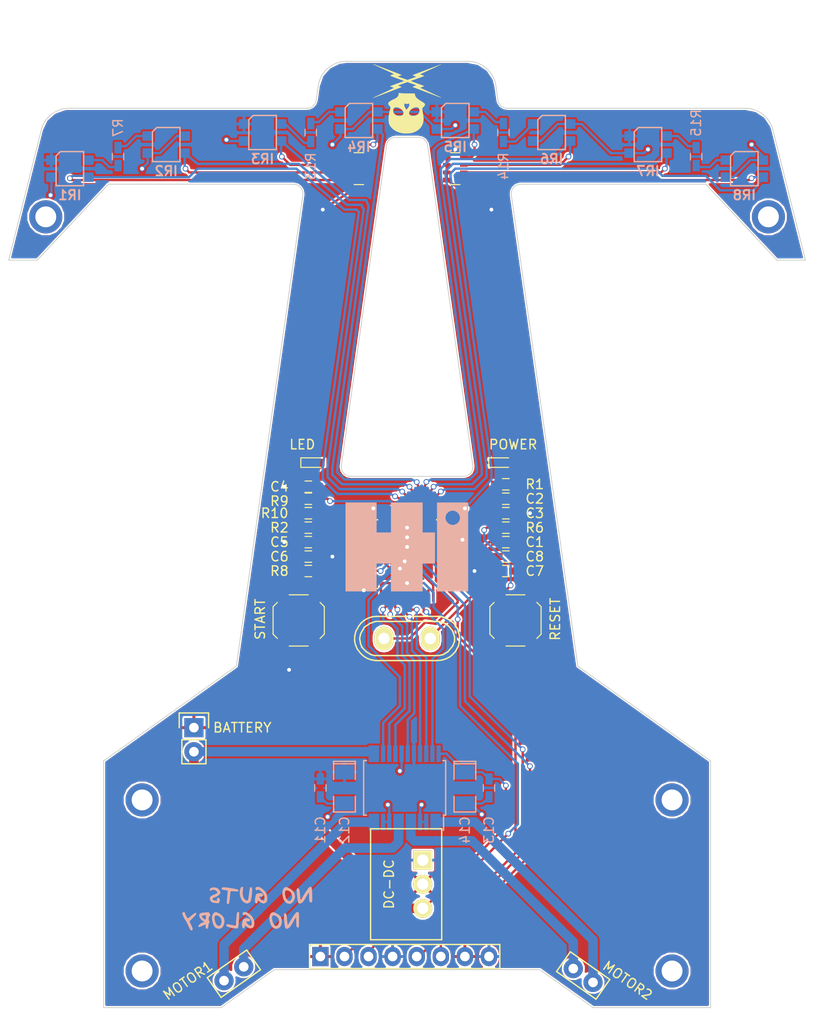
<source format=kicad_pcb>
(kicad_pcb (version 20170123) (host pcbnew no-vcs-found-c78a2ba~59~ubuntu16.10.1)
  (layers (0 F.Cu signal) (31 B.Cu signal) (34 B.Paste user hide) (35 F.Paste user hide) (36 B.SilkS user) (37 F.SilkS user) (38 B.Mask user) (39 F.Mask user) (44 Edge.Cuts user))
  (net 0 "")
  (net 1 +3V3)
  (net 2 GND)
  (net 3 +BATT)
  (net 4 /RESET)
  (net 5 /OSCIN)
  (net 6 "Net-(D2-Pad2)")
  (net 7 /OSCOUT)
  (net 8 /IR1)
  (net 9 /IR2)
  (net 10 /IR3)
  (net 11 /IR4)
  (net 12 /M_A02)
  (net 13 /M_A01)
  (net 14 /M_B02)
  (net 15 /M_B01)
  (net 16 /SWDCLK)
  (net 17 /SWDIO)
  (net 18 /LED0)
  (net 19 /UB_START)
  (net 20 /BOOT1)
  (net 21 /BOOT0)
  (net 22 /M_PWMB)
  (net 23 /M_BIN2)
  (net 24 /M_BIN1)
  (net 25 /M_STBY)
  (net 26 /M_AIN2)
  (net 27 /M_AIN1)
  (net 28 /M_PWMA)
  (net 29 "Net-(U3-Pad31)")
  (net 30 "Net-(U3-Pad32)")
  (net 31 /RX3)
  (net 32 /TX3)
  (net 33 "Net-(D1-Pad2)")
  (net 34 "Net-(U3-Pad3)")
  (net 35 "Net-(U3-Pad4)")
  (net 36 "Net-(U3-Pad10)")
  (net 37 "Net-(U3-Pad11)")
  (net 38 "Net-(U3-Pad41)")
  (net 39 "Net-(R7-Pad1)")
  (net 40 /IR0)
  (net 41 "Net-(R14-Pad1)")
  (net 42 /IR5)
  (net 43 /IR6)
  (net 44 /IR7)
  (net 45 "Net-(R7-Pad2)")
  (net 46 "Net-(R13-Pad2)")
  (net 47 "Net-(R13-Pad1)")
  (net 48 "Net-(R14-Pad2)")
  (net 49 "Net-(R15-Pad2)")
  (net 50 "Net-(R15-Pad1)")
  (net 51 "Net-(U3-Pad30)")
  (net 52 "Net-(U3-Pad29)")
  (net 53 "Net-(U3-Pad28)")
  (net 54 "Net-(U3-Pad27)")
  (net 55 "Net-(U3-Pad26)")
  (net 56 "Net-(U3-Pad2)")
  (module LOGO (layer B.Cu) (at 124.206 134.62 180)
    (fp_text reference G*** hide)
    (fp_text value LOGO hide)
  )
  (module LOGO (layer B.Cu) (at 140.97 96.52 180)
    (fp_text reference G*** hide)
    (fp_text value LOGO hide)
  )
  (module custom-lib:TR05S3V3 (layer F.Cu) (at 142.621 132.08 90)
    (fp_text reference DC-DC (at 0 -3.556 90) (layer F.SilkS))
    (fp_text value TR05S3V3)
    (pad VO thru_hole rect (at 2.54 0 90) (size 2 2) (drill 1.2) (layers *.Cu *.Mask F.SilkS) (net 1 +3V3))
    (pad GND thru_hole circle (at 0 0 90) (size 2 2) (drill 1.2) (layers *.Cu *.Mask F.SilkS) (net 2 GND))
    (pad VI thru_hole circle (at -2.54 0 90) (size 2 2) (drill 1.2) (layers *.Cu *.Mask F.SilkS) (net 3 +BATT))
  )
  (module custom-lib:driver_tuneado (layer B.Cu) (at 140.716 121.92 90)
    (fp_text reference "" (at 0 5.25 90) (layer B.SilkS) (effects (justify mirror)))
    (fp_text value TB6612FNG)
    (pad 14 smd rect (at 3.5941 -3.2512 90) (size 1.75 1.1) (layers B.Cu B.Paste B.Mask) (net 3 +BATT))
    (pad 24 smd rect (at 3.6 3.575 90) (size 1.75 0.45) (layers B.Cu B.Paste B.Mask) (net 3 +BATT))
    (pad 23 smd rect (at 3.6 2.925 90) (size 1.75 0.45) (layers B.Cu B.Paste B.Mask) (net 28 /M_PWMA))
    (pad 22 smd rect (at 3.6 2.275 90) (size 1.75 0.45) (layers B.Cu B.Paste B.Mask) (net 26 /M_AIN2))
    (pad 21 smd rect (at 3.6 1.625 90) (size 1.75 0.45) (layers B.Cu B.Paste B.Mask) (net 27 /M_AIN1))
    (pad 20 smd rect (at 3.6 0.975 90) (size 1.75 0.45) (layers B.Cu B.Paste B.Mask) (net 1 +3V3))
    (pad 19 smd rect (at 3.6 0.325 90) (size 1.75 0.45) (layers B.Cu B.Paste B.Mask) (net 25 /M_STBY))
    (pad 18 smd rect (at 3.6 -0.325 90) (size 1.75 0.45) (layers B.Cu B.Paste B.Mask) (net 2 GND))
    (pad 17 smd rect (at 3.6 -0.975 90) (size 1.75 0.45) (layers B.Cu B.Paste B.Mask) (net 24 /M_BIN1))
    (pad 16 smd rect (at 3.6 -1.625 90) (size 1.75 0.45) (layers B.Cu B.Paste B.Mask) (net 23 /M_BIN2))
    (pad 15 smd rect (at 3.6 -2.275 90) (size 1.75 0.45) (layers B.Cu B.Paste B.Mask) (net 22 /M_PWMB))
    (pad 13 smd rect (at 3.6 -3.575 90) (size 1.75 0.45) (layers B.Cu B.Paste B.Mask) (net 3 +BATT))
    (pad 11 smd rect (at -3.6 -2.925 90) (size 1.75 0.45) (layers B.Cu B.Paste B.Mask) (net 15 /M_B01))
    (pad 9 smd rect (at -3.6 -1.625 90) (size 1.75 0.45) (layers B.Cu B.Paste B.Mask) (net 2 GND))
    (pad 7 smd rect (at -3.6 -0.325 90) (size 1.75 0.45) (layers B.Cu B.Paste B.Mask) (net 14 /M_B02))
    (pad 5 smd rect (at -3.6 0.975 90) (size 1.75 0.45) (layers B.Cu B.Paste B.Mask) (net 12 /M_A02))
    (pad 3 smd rect (at -3.6 2.275 90) (size 1.75 0.45) (layers B.Cu B.Paste B.Mask) (net 2 GND))
    (pad 1 smd rect (at -3.6 3.575 90) (size 1.75 0.45) (layers B.Cu B.Paste B.Mask) (net 13 /M_A01))
    (pad 12 smd rect (at -3.6068 -3.2512 90) (size 1.75 1.1) (layers B.Cu B.Paste B.Mask) (net 15 /M_B01))
    (pad 8 smd rect (at -3.60172 -0.64516 90) (size 1.75 1.1) (layers B.Cu B.Paste B.Mask) (net 14 /M_B02))
    (pad 6 smd rect (at -3.60172 0.65024 90) (size 1.75 1.1) (layers B.Cu B.Paste B.Mask) (net 12 /M_A02))
    (pad 2 smd rect (at -3.60172 3.2512 90) (size 1.75 1.1) (layers B.Cu B.Paste B.Mask) (net 13 /M_A01))
    (pad 10 smd rect (at -3.61016 -2.27524 90) (size 1.75 0.45) (layers B.Cu B.Paste B.Mask) (net 2 GND))
    (pad 4 smd rect (at -3.61016 1.62476 90) (size 1.75 0.45) (layers B.Cu B.Paste B.Mask) (net 2 GND))
  )
  (module Socket_Strips:Socket_Strip_Straight_1x02 (layer F.Cu) (at 158.496 140.97 325)
    (fp_text reference MOTOR2 (at 5.409896 -2.237666 325) (layer F.SilkS))
    (fp_text value CONN_01X02)
    (pad 2 thru_hole oval (at 2.54 0 325) (size 2.032 2.032) (drill 1.016) (layers *.Cu *.Mask) (net 13 /M_A01))
    (pad 1 thru_hole circle (at 0 0 325) (size 2.032 2.032) (drill 1.016) (layers *.Cu *.Mask) (net 12 /M_A02))
  )
  (module Socket_Strips:Socket_Strip_Straight_1x02 (layer F.Cu) (at 121.666 142.24 35)
    (fp_text reference MOTOR1 (at -3.120969 -2.185326 35) (layer F.SilkS))
    (fp_text value CONN_01X02)
    (pad 2 thru_hole oval (at 2.54 0 35) (size 2.032 2.032) (drill 1.016) (layers *.Cu *.Mask) (net 14 /M_B02))
    (pad 1 thru_hole circle (at 0 0 35) (size 2.032 2.032) (drill 1.016) (layers *.Cu *.Mask) (net 15 /M_B01))
  )
  (module Socket_Strips:Socket_Strip_Straight_1x08 (layer F.Cu) (at 131.826 139.7)
    (fp_text reference "" (at 0 -5.1) (layer F.SilkS))
    (fp_text value CONN_01X08)
    (pad 8 thru_hole oval (at 17.78 0) (size 1.7272 2.032) (drill 1.016) (layers *.Cu *.Mask) (net 1 +3V3))
    (pad 7 thru_hole oval (at 15.24 0) (size 1.7272 2.032) (drill 1.016) (layers *.Cu *.Mask) (net 2 GND))
    (pad 6 thru_hole oval (at 12.7 0) (size 1.7272 2.032) (drill 1.016) (layers *.Cu *.Mask) (net 31 /RX3))
    (pad 5 thru_hole oval (at 10.16 0) (size 1.7272 2.032) (drill 1.016) (layers *.Cu *.Mask) (net 32 /TX3))
    (pad 4 thru_hole oval (at 7.62 0) (size 1.7272 2.032) (drill 1.016) (layers *.Cu *.Mask) (net 1 +3V3))
    (pad 3 thru_hole oval (at 5.08 0) (size 1.7272 2.032) (drill 1.016) (layers *.Cu *.Mask) (net 17 /SWDIO))
    (pad 2 thru_hole oval (at 2.54 0) (size 1.7272 2.032) (drill 1.016) (layers *.Cu *.Mask) (net 16 /SWDCLK))
    (pad 1 thru_hole rect (at 0 0) (size 1.7272 2.032) (drill 1.016) (layers *.Cu *.Mask) (net 2 GND))
  )
  (module Mounting_Holes:MountingHole_2.2mm_M2_ISO7380_Pad (layer F.Cu) (at 113.03 141.224)
    (fp_text reference "" (at 0 -2.75) (layer F.SilkS))
    (fp_text value MountingHole_2.2mm_M2_ISO7380_Pad)
    (pad 1 thru_hole circle (at 0 0) (size 3.5 3.5) (drill 2.2) (layers *.Cu *.Mask))
  )
  (module Mounting_Holes:MountingHole_2.2mm_M2_ISO7380_Pad (layer F.Cu) (at 168.91 141.224)
    (fp_text reference "" (at 0 -2.75) (layer F.SilkS))
    (fp_text value MountingHole_2.2mm_M2_ISO7380_Pad)
    (pad 1 thru_hole circle (at 0 0) (size 3.5 3.5) (drill 2.2) (layers *.Cu *.Mask))
  )
  (module Mounting_Holes:MountingHole_2.2mm_M2_ISO7380_Pad (layer F.Cu) (at 168.91 123.19)
    (fp_text reference "" (at 0 -2.75) (layer F.SilkS))
    (fp_text value MountingHole_2.2mm_M2_ISO7380_Pad)
    (pad 1 thru_hole circle (at 0 0) (size 3.5 3.5) (drill 2.2) (layers *.Cu *.Mask))
  )
  (module Mounting_Holes:MountingHole_2.2mm_M2_ISO7380_Pad (layer F.Cu) (at 113.03 123.19)
    (fp_text reference "" (at 0 -2.75) (layer F.SilkS))
    (fp_text value MountingHole_2.2mm_M2_ISO7380_Pad)
    (pad 1 thru_hole circle (at 0 0) (size 3.5 3.5) (drill 2.2) (layers *.Cu *.Mask))
  )
  (module Capacitors_SMD:C_0603_HandSoldering (layer F.Cu) (at 151.384 89.916)
    (fp_text reference R1 (at 3.048 0) (layer F.SilkS))
    (fp_text value 100)
    (pad 2 smd rect (at 0.95 0) (size 1.2 0.75) (layers F.Cu F.Paste F.Mask) (net 33 "Net-(D1-Pad2)"))
    (pad 1 smd rect (at -0.95 0) (size 1.2 0.75) (layers F.Cu F.Paste F.Mask) (net 1 +3V3))
  )
  (module Capacitors_SMD:C_0603_HandSoldering (layer F.Cu) (at 130.556 94.488 180)
    (fp_text reference R2 (at 3.048 0 180) (layer F.SilkS))
    (fp_text value 100)
    (pad 2 smd rect (at 0.95 0 180) (size 1.2 0.75) (layers F.Cu F.Paste F.Mask) (net 6 "Net-(D2-Pad2)"))
    (pad 1 smd rect (at -0.95 0 180) (size 1.2 0.75) (layers F.Cu F.Paste F.Mask) (net 18 /LED0))
  )
  (module Capacitors_SMD:C_0603_HandSoldering (layer F.Cu) (at 151.384 94.488 180)
    (fp_text reference R6 (at -3.048 0 180) (layer F.SilkS))
    (fp_text value 10k)
    (pad 2 smd rect (at 0.95 0 180) (size 1.2 0.75) (layers F.Cu F.Paste F.Mask) (net 4 /RESET))
    (pad 1 smd rect (at -0.95 0 180) (size 1.2 0.75) (layers F.Cu F.Paste F.Mask) (net 1 +3V3))
  )
  (module Capacitors_SMD:C_0603_HandSoldering (layer F.Cu) (at 130.556 99.06)
    (fp_text reference R8 (at -3.048 0) (layer F.SilkS))
    (fp_text value 10k)
    (pad 2 smd rect (at 0.95 0) (size 1.2 0.75) (layers F.Cu F.Paste F.Mask) (net 19 /UB_START))
    (pad 1 smd rect (at -0.95 0) (size 1.2 0.75) (layers F.Cu F.Paste F.Mask) (net 2 GND))
  )
  (module Capacitors_SMD:C_0603_HandSoldering (layer F.Cu) (at 130.556 91.44)
    (fp_text reference R9 (at -3.048 0.254) (layer F.SilkS))
    (fp_text value 100k)
    (pad 2 smd rect (at 0.95 0) (size 1.2 0.75) (layers F.Cu F.Paste F.Mask) (net 20 /BOOT1))
    (pad 1 smd rect (at -0.95 0) (size 1.2 0.75) (layers F.Cu F.Paste F.Mask) (net 2 GND))
  )
  (module Capacitors_SMD:C_0603_HandSoldering (layer F.Cu) (at 130.556 92.964 180)
    (fp_text reference R10 (at 3.556 0 180) (layer F.SilkS))
    (fp_text value 100k)
    (pad 2 smd rect (at 0.95 0 180) (size 1.2 0.75) (layers F.Cu F.Paste F.Mask) (net 2 GND))
    (pad 1 smd rect (at -0.95 0 180) (size 1.2 0.75) (layers F.Cu F.Paste F.Mask) (net 21 /BOOT0))
  )
  (module Capacitors_SMD:C_0603_HandSoldering (layer B.Cu) (at 110.49 55.372 270)
    (fp_text reference R7 (at -3.048 0 270) (layer B.SilkS) (effects (justify mirror)))
    (fp_text value 47)
    (pad 2 smd rect (at 0.95 0 270) (size 1.2 0.75) (layers B.Cu B.Paste B.Mask) (net 45 "Net-(R7-Pad2)"))
    (pad 1 smd rect (at -0.95 0 270) (size 1.2 0.75) (layers B.Cu B.Paste B.Mask) (net 39 "Net-(R7-Pad1)"))
  )
  (module Capacitors_SMD:C_0603_HandSoldering (layer B.Cu) (at 130.81 52.832 270)
    (fp_text reference R13 (at 3.556 0 270) (layer B.SilkS) (effects (justify mirror)))
    (fp_text value 47)
    (pad 2 smd rect (at 0.95 0 270) (size 1.2 0.75) (layers B.Cu B.Paste B.Mask) (net 46 "Net-(R13-Pad2)"))
    (pad 1 smd rect (at -0.95 0 270) (size 1.2 0.75) (layers B.Cu B.Paste B.Mask) (net 47 "Net-(R13-Pad1)"))
  )
  (module Capacitors_SMD:C_0603_HandSoldering (layer B.Cu) (at 151.13 52.832 90)
    (fp_text reference R14 (at -3.556 0 90) (layer B.SilkS) (effects (justify mirror)))
    (fp_text value 47)
    (pad 2 smd rect (at 0.95 0 90) (size 1.2 0.75) (layers B.Cu B.Paste B.Mask) (net 48 "Net-(R14-Pad2)"))
    (pad 1 smd rect (at -0.95 0 90) (size 1.2 0.75) (layers B.Cu B.Paste B.Mask) (net 41 "Net-(R14-Pad1)"))
  )
  (module Capacitors_SMD:C_0603_HandSoldering (layer B.Cu) (at 171.45 55.372 90)
    (fp_text reference R15 (at 3.556 0 90) (layer B.SilkS) (effects (justify mirror)))
    (fp_text value 47)
    (pad 2 smd rect (at 0.95 0 90) (size 1.2 0.75) (layers B.Cu B.Paste B.Mask) (net 49 "Net-(R15-Pad2)"))
    (pad 1 smd rect (at -0.95 0 90) (size 1.2 0.75) (layers B.Cu B.Paste B.Mask) (net 50 "Net-(R15-Pad1)"))
  )
  (module custom-lib:QRE1113GR (layer B.Cu) (at 105.41 56.642)
    (fp_text reference IR1 (at 0 2.794) (layer B.SilkS) (effects (font (thickness 0.2)) (justify mirror)))
    (fp_text value QRE1113)
    (pad 1 smd rect (at -1.95 -0.9) (size 1.1 1) (layers B.Cu B.Paste B.Mask) (net 1 +3V3))
    (pad 2 smd rect (at 1.95 -0.9) (size 1.1 1) (layers B.Cu B.Paste B.Mask) (net 45 "Net-(R7-Pad2)"))
    (pad 3 smd rect (at 1.95 0.9) (size 1.1 1) (layers B.Cu B.Paste B.Mask) (net 40 /IR0))
    (pad 4 smd rect (at -1.95 0.9) (size 1.1 1) (layers B.Cu B.Paste B.Mask) (net 2 GND))
  )
  (module custom-lib:QRE1113GR (layer B.Cu) (at 125.73 52.832)
    (fp_text reference IR3 (at 0 2.794) (layer B.SilkS) (effects (font (thickness 0.2)) (justify mirror)))
    (fp_text value QRE1113)
    (pad 1 smd rect (at -1.95 -0.9) (size 1.1 1) (layers B.Cu B.Paste B.Mask) (net 1 +3V3))
    (pad 2 smd rect (at 1.95 -0.9) (size 1.1 1) (layers B.Cu B.Paste B.Mask) (net 46 "Net-(R13-Pad2)"))
    (pad 3 smd rect (at 1.95 0.9) (size 1.1 1) (layers B.Cu B.Paste B.Mask) (net 9 /IR2))
    (pad 4 smd rect (at -1.95 0.9) (size 1.1 1) (layers B.Cu B.Paste B.Mask) (net 2 GND))
  )
  (module custom-lib:QRE1113GR (layer B.Cu) (at 146.05 51.562)
    (fp_text reference IR5 (at 0 2.794) (layer B.SilkS) (effects (font (thickness 0.2)) (justify mirror)))
    (fp_text value QRE1113)
    (pad 1 smd rect (at -1.95 -0.9) (size 1.1 1) (layers B.Cu B.Paste B.Mask) (net 1 +3V3))
    (pad 2 smd rect (at 1.95 -0.9) (size 1.1 1) (layers B.Cu B.Paste B.Mask) (net 48 "Net-(R14-Pad2)"))
    (pad 3 smd rect (at 1.95 0.9) (size 1.1 1) (layers B.Cu B.Paste B.Mask) (net 11 /IR4))
    (pad 4 smd rect (at -1.95 0.9) (size 1.1 1) (layers B.Cu B.Paste B.Mask) (net 2 GND))
  )
  (module custom-lib:QRE1113GR (layer B.Cu) (at 166.37 54.102)
    (fp_text reference IR7 (at 0 2.794) (layer B.SilkS) (effects (font (thickness 0.2)) (justify mirror)))
    (fp_text value QRE1113)
    (pad 1 smd rect (at -1.95 -0.9) (size 1.1 1) (layers B.Cu B.Paste B.Mask) (net 1 +3V3))
    (pad 2 smd rect (at 1.95 -0.9) (size 1.1 1) (layers B.Cu B.Paste B.Mask) (net 49 "Net-(R15-Pad2)"))
    (pad 3 smd rect (at 1.95 0.9) (size 1.1 1) (layers B.Cu B.Paste B.Mask) (net 43 /IR6))
    (pad 4 smd rect (at -1.95 0.9) (size 1.1 1) (layers B.Cu B.Paste B.Mask) (net 2 GND))
  )
  (module custom-lib:QRE1113GR (layer B.Cu) (at 115.57 54.102)
    (fp_text reference IR2 (at 0 2.794) (layer B.SilkS) (effects (font (thickness 0.2)) (justify mirror)))
    (fp_text value QRE1113)
    (pad 1 smd rect (at -1.95 -0.9) (size 1.1 1) (layers B.Cu B.Paste B.Mask) (net 39 "Net-(R7-Pad1)"))
    (pad 2 smd rect (at 1.95 -0.9) (size 1.1 1) (layers B.Cu B.Paste B.Mask) (net 2 GND))
    (pad 3 smd rect (at 1.95 0.9) (size 1.1 1) (layers B.Cu B.Paste B.Mask) (net 8 /IR1))
    (pad 4 smd rect (at -1.95 0.9) (size 1.1 1) (layers B.Cu B.Paste B.Mask) (net 2 GND))
  )
  (module custom-lib:QRE1113GR (layer B.Cu) (at 135.89 51.562)
    (fp_text reference IR4 (at 0 2.794) (layer B.SilkS) (effects (font (thickness 0.2)) (justify mirror)))
    (fp_text value QRE1113)
    (pad 1 smd rect (at -1.95 -0.9) (size 1.1 1) (layers B.Cu B.Paste B.Mask) (net 47 "Net-(R13-Pad1)"))
    (pad 2 smd rect (at 1.95 -0.9) (size 1.1 1) (layers B.Cu B.Paste B.Mask) (net 2 GND))
    (pad 3 smd rect (at 1.95 0.9) (size 1.1 1) (layers B.Cu B.Paste B.Mask) (net 10 /IR3))
    (pad 4 smd rect (at -1.95 0.9) (size 1.1 1) (layers B.Cu B.Paste B.Mask) (net 2 GND))
  )
  (module Housings_QFP:LQFP-48_7x7mm_Pitch0.5mm (layer F.Cu) (at 140.97 97.282 180)
    (fp_text reference "" (at 0 -6 180) (layer F.SilkS))
    (fp_text value STM32F103C8T6)
    (pad 48 smd rect (at -2.75 -4.35 270) (size 1.3 0.25) (layers F.Cu F.Paste F.Mask) (net 1 +3V3))
    (pad 47 smd rect (at -2.25 -4.35 270) (size 1.3 0.25) (layers F.Cu F.Paste F.Mask) (net 2 GND))
    (pad 46 smd rect (at -1.75 -4.35 270) (size 1.3 0.25) (layers F.Cu F.Paste F.Mask) (net 28 /M_PWMA))
    (pad 45 smd rect (at -1.25 -4.35 270) (size 1.3 0.25) (layers F.Cu F.Paste F.Mask) (net 22 /M_PWMB))
    (pad 44 smd rect (at -0.75 -4.35 270) (size 1.3 0.25) (layers F.Cu F.Paste F.Mask) (net 21 /BOOT0))
    (pad 43 smd rect (at -0.25 -4.35 270) (size 1.3 0.25) (layers F.Cu F.Paste F.Mask) (net 26 /M_AIN2))
    (pad 42 smd rect (at 0.25 -4.35 270) (size 1.3 0.25) (layers F.Cu F.Paste F.Mask) (net 27 /M_AIN1))
    (pad 41 smd rect (at 0.75 -4.35 270) (size 1.3 0.25) (layers F.Cu F.Paste F.Mask) (net 38 "Net-(U3-Pad41)"))
    (pad 40 smd rect (at 1.25 -4.35 270) (size 1.3 0.25) (layers F.Cu F.Paste F.Mask) (net 25 /M_STBY))
    (pad 39 smd rect (at 1.75 -4.35 270) (size 1.3 0.25) (layers F.Cu F.Paste F.Mask) (net 24 /M_BIN1))
    (pad 38 smd rect (at 2.25 -4.35 270) (size 1.3 0.25) (layers F.Cu F.Paste F.Mask) (net 23 /M_BIN2))
    (pad 37 smd rect (at 2.75 -4.35 270) (size 1.3 0.25) (layers F.Cu F.Paste F.Mask) (net 16 /SWDCLK))
    (pad 36 smd rect (at 4.35 -2.75 180) (size 1.3 0.25) (layers F.Cu F.Paste F.Mask) (net 1 +3V3))
    (pad 35 smd rect (at 4.35 -2.25 180) (size 1.3 0.25) (layers F.Cu F.Paste F.Mask) (net 2 GND))
    (pad 34 smd rect (at 4.35 -1.75 180) (size 1.3 0.25) (layers F.Cu F.Paste F.Mask) (net 17 /SWDIO))
    (pad 33 smd rect (at 4.35 -1.25 180) (size 1.3 0.25) (layers F.Cu F.Paste F.Mask) (net 19 /UB_START))
    (pad 32 smd rect (at 4.35 -0.75 180) (size 1.3 0.25) (layers F.Cu F.Paste F.Mask) (net 30 "Net-(U3-Pad32)"))
    (pad 31 smd rect (at 4.35 -0.25 180) (size 1.3 0.25) (layers F.Cu F.Paste F.Mask) (net 29 "Net-(U3-Pad31)"))
    (pad 30 smd rect (at 4.35 0.25 180) (size 1.3 0.25) (layers F.Cu F.Paste F.Mask) (net 51 "Net-(U3-Pad30)"))
    (pad 29 smd rect (at 4.35 0.75 180) (size 1.3 0.25) (layers F.Cu F.Paste F.Mask) (net 52 "Net-(U3-Pad29)"))
    (pad 28 smd rect (at 4.35 1.25 180) (size 1.3 0.25) (layers F.Cu F.Paste F.Mask) (net 53 "Net-(U3-Pad28)"))
    (pad 27 smd rect (at 4.35 1.75 180) (size 1.3 0.25) (layers F.Cu F.Paste F.Mask) (net 54 "Net-(U3-Pad27)"))
    (pad 26 smd rect (at 4.35 2.25 180) (size 1.3 0.25) (layers F.Cu F.Paste F.Mask) (net 55 "Net-(U3-Pad26)"))
    (pad 25 smd rect (at 4.35 2.75 180) (size 1.3 0.25) (layers F.Cu F.Paste F.Mask) (net 18 /LED0))
    (pad 24 smd rect (at 2.75 4.35 270) (size 1.3 0.25) (layers F.Cu F.Paste F.Mask) (net 1 +3V3))
    (pad 23 smd rect (at 2.25 4.35 270) (size 1.3 0.25) (layers F.Cu F.Paste F.Mask) (net 2 GND))
    (pad 22 smd rect (at 1.75 4.35 270) (size 1.3 0.25) (layers F.Cu F.Paste F.Mask) (net 31 /RX3))
    (pad 21 smd rect (at 1.25 4.35 270) (size 1.3 0.25) (layers F.Cu F.Paste F.Mask) (net 32 /TX3))
    (pad 20 smd rect (at 0.75 4.35 270) (size 1.3 0.25) (layers F.Cu F.Paste F.Mask) (net 20 /BOOT1))
    (pad 19 smd rect (at 0.25 4.35 270) (size 1.3 0.25) (layers F.Cu F.Paste F.Mask) (net 40 /IR0))
    (pad 18 smd rect (at -0.25 4.35 270) (size 1.3 0.25) (layers F.Cu F.Paste F.Mask) (net 8 /IR1))
    (pad 17 smd rect (at -0.75 4.35 270) (size 1.3 0.25) (layers F.Cu F.Paste F.Mask) (net 9 /IR2))
    (pad 16 smd rect (at -1.25 4.35 270) (size 1.3 0.25) (layers F.Cu F.Paste F.Mask) (net 10 /IR3))
    (pad 15 smd rect (at -1.75 4.35 270) (size 1.3 0.25) (layers F.Cu F.Paste F.Mask) (net 11 /IR4))
    (pad 14 smd rect (at -2.25 4.35 270) (size 1.3 0.25) (layers F.Cu F.Paste F.Mask) (net 42 /IR5))
    (pad 13 smd rect (at -2.75 4.35 270) (size 1.3 0.25) (layers F.Cu F.Paste F.Mask) (net 43 /IR6))
    (pad 12 smd rect (at -4.35 2.75 180) (size 1.3 0.25) (layers F.Cu F.Paste F.Mask) (net 44 /IR7))
    (pad 11 smd rect (at -4.35 2.25 180) (size 1.3 0.25) (layers F.Cu F.Paste F.Mask) (net 37 "Net-(U3-Pad11)"))
    (pad 10 smd rect (at -4.35 1.75 180) (size 1.3 0.25) (layers F.Cu F.Paste F.Mask) (net 36 "Net-(U3-Pad10)"))
    (pad 9 smd rect (at -4.35 1.25 180) (size 1.3 0.25) (layers F.Cu F.Paste F.Mask) (net 1 +3V3))
    (pad 8 smd rect (at -4.35 0.75 180) (size 1.3 0.25) (layers F.Cu F.Paste F.Mask) (net 2 GND))
    (pad 7 smd rect (at -4.35 0.25 180) (size 1.3 0.25) (layers F.Cu F.Paste F.Mask) (net 4 /RESET))
    (pad 6 smd rect (at -4.35 -0.25 180) (size 1.3 0.25) (layers F.Cu F.Paste F.Mask) (net 7 /OSCOUT))
    (pad 5 smd rect (at -4.35 -0.75 180) (size 1.3 0.25) (layers F.Cu F.Paste F.Mask) (net 5 /OSCIN))
    (pad 4 smd rect (at -4.35 -1.25 180) (size 1.3 0.25) (layers F.Cu F.Paste F.Mask) (net 35 "Net-(U3-Pad4)"))
    (pad 3 smd rect (at -4.35 -1.75 180) (size 1.3 0.25) (layers F.Cu F.Paste F.Mask) (net 34 "Net-(U3-Pad3)"))
    (pad 2 smd rect (at -4.35 -2.25 180) (size 1.3 0.25) (layers F.Cu F.Paste F.Mask) (net 56 "Net-(U3-Pad2)"))
    (pad 1 smd rect (at -4.35 -2.75 180) (size 1.3 0.25) (layers F.Cu F.Paste F.Mask) (net 1 +3V3))
  )
  (module Buttons_Switches_SMD:SW_SPST_SKQG (layer F.Cu) (at 129.54 104.267 90)
    (fp_text reference START (at 0.127 -4.064 90) (layer F.SilkS))
    (fp_text value START_BUTTON)
    (pad 2 smd rect (at 3.1 1.85 90) (size 1.8 1.1) (layers F.Cu F.Paste F.Mask) (net 19 /UB_START))
    (pad 2 smd rect (at -3.1 1.85 90) (size 1.8 1.1) (layers F.Cu F.Paste F.Mask) (net 19 /UB_START))
    (pad 1 smd rect (at 3.1 -1.85 90) (size 1.8 1.1) (layers F.Cu F.Paste F.Mask) (net 1 +3V3))
    (pad 1 smd rect (at -3.1 -1.85 90) (size 1.8 1.1) (layers F.Cu F.Paste F.Mask) (net 1 +3V3))
  )
  (module Buttons_Switches_SMD:SW_SPST_SKQG (layer F.Cu) (at 152.4 104.267 270)
    (fp_text reference RESET (at -0.127 -4.191 270) (layer F.SilkS))
    (fp_text value SW_PUSH_SMALL_H)
    (pad 2 smd rect (at 3.1 1.85 270) (size 1.8 1.1) (layers F.Cu F.Paste F.Mask) (net 4 /RESET))
    (pad 2 smd rect (at -3.1 1.85 270) (size 1.8 1.1) (layers F.Cu F.Paste F.Mask) (net 4 /RESET))
    (pad 1 smd rect (at 3.1 -1.85 270) (size 1.8 1.1) (layers F.Cu F.Paste F.Mask) (net 2 GND))
    (pad 1 smd rect (at -3.1 -1.85 270) (size 1.8 1.1) (layers F.Cu F.Paste F.Mask) (net 2 GND))
  )
  (module Capacitors_SMD:C_0603_HandSoldering (layer F.Cu) (at 151.384 96.012)
    (fp_text reference C1 (at 3.048 0) (layer F.SilkS))
    (fp_text value 1uF)
    (pad 2 smd rect (at 0.95 0) (size 1.2 0.75) (layers F.Cu F.Paste F.Mask) (net 2 GND))
    (pad 1 smd rect (at -0.95 0) (size 1.2 0.75) (layers F.Cu F.Paste F.Mask) (net 4 /RESET))
  )
  (module Capacitors_SMD:C_0603_HandSoldering (layer F.Cu) (at 151.384 91.44 180)
    (fp_text reference C2 (at -3.048 0 180) (layer F.SilkS))
    (fp_text value 100nF)
    (pad 2 smd rect (at 0.95 0 180) (size 1.2 0.75) (layers F.Cu F.Paste F.Mask) (net 2 GND))
    (pad 1 smd rect (at -0.95 0 180) (size 1.2 0.75) (layers F.Cu F.Paste F.Mask) (net 1 +3V3))
  )
  (module Capacitors_SMD:C_0603_HandSoldering (layer F.Cu) (at 151.384 92.964 180)
    (fp_text reference C3 (at -3.048 0 180) (layer F.SilkS))
    (fp_text value 100nF)
    (pad 2 smd rect (at 0.95 0 180) (size 1.2 0.75) (layers F.Cu F.Paste F.Mask) (net 2 GND))
    (pad 1 smd rect (at -0.95 0 180) (size 1.2 0.75) (layers F.Cu F.Paste F.Mask) (net 1 +3V3))
  )
  (module Capacitors_SMD:C_0603_HandSoldering (layer F.Cu) (at 130.556 90.17)
    (fp_text reference C4 (at -3.048 0) (layer F.SilkS))
    (fp_text value 4.7uF)
    (pad 2 smd rect (at 0.95 0) (size 1.2 0.75) (layers F.Cu F.Paste F.Mask) (net 2 GND))
    (pad 1 smd rect (at -0.95 0) (size 1.2 0.75) (layers F.Cu F.Paste F.Mask) (net 1 +3V3))
  )
  (module Capacitors_SMD:C_0603_HandSoldering (layer F.Cu) (at 130.556 96.012)
    (fp_text reference C5 (at -3.048 0) (layer F.SilkS))
    (fp_text value 10nF)
    (pad 2 smd rect (at 0.95 0) (size 1.2 0.75) (layers F.Cu F.Paste F.Mask) (net 2 GND))
    (pad 1 smd rect (at -0.95 0) (size 1.2 0.75) (layers F.Cu F.Paste F.Mask) (net 1 +3V3))
  )
  (module Capacitors_SMD:C_0603_HandSoldering (layer F.Cu) (at 130.556 97.536 180)
    (fp_text reference C6 (at 3.048 0 180) (layer F.SilkS))
    (fp_text value 1uF)
    (pad 2 smd rect (at 0.95 0 180) (size 1.2 0.75) (layers F.Cu F.Paste F.Mask) (net 2 GND))
    (pad 1 smd rect (at -0.95 0 180) (size 1.2 0.75) (layers F.Cu F.Paste F.Mask) (net 1 +3V3))
  )
  (module Capacitors_SMD:C_0603_HandSoldering (layer F.Cu) (at 151.384 99.06)
    (fp_text reference C7 (at 3.048 0) (layer F.SilkS))
    (fp_text value 20p)
    (pad 2 smd rect (at 0.95 0) (size 1.2 0.75) (layers F.Cu F.Paste F.Mask) (net 2 GND))
    (pad 1 smd rect (at -0.95 0) (size 1.2 0.75) (layers F.Cu F.Paste F.Mask) (net 5 /OSCIN))
  )
  (module Capacitors_SMD:C_0603_HandSoldering (layer F.Cu) (at 151.384 97.536)
    (fp_text reference C8 (at 3.048 0) (layer F.SilkS))
    (fp_text value 20p)
    (pad 2 smd rect (at 0.95 0) (size 1.2 0.75) (layers F.Cu F.Paste F.Mask) (net 2 GND))
    (pad 1 smd rect (at -0.95 0) (size 1.2 0.75) (layers F.Cu F.Paste F.Mask) (net 7 /OSCOUT))
  )
  (module Capacitors_SMD:C_0603_HandSoldering (layer B.Cu) (at 131.826 121.92 270)
    (fp_text reference C11 (at 4.445 0 270) (layer B.SilkS) (effects (justify mirror)))
    (fp_text value 0.1uF)
    (pad 2 smd rect (at 0.95 0 270) (size 1.2 0.75) (layers B.Cu B.Paste B.Mask) (net 2 GND))
    (pad 1 smd rect (at -0.95 0 270) (size 1.2 0.75) (layers B.Cu B.Paste B.Mask) (net 1 +3V3))
  )
  (module SMD_Packages:SMD-1206_Pol (layer B.Cu) (at 134.366 121.92 270)
    (fp_text reference C12 (at 4.445 0 270) (layer B.SilkS) (effects (justify mirror)))
    (fp_text value 10uF)
    (pad 2 smd rect (at 1.651 0 270) (size 1.524 2.032) (layers B.Cu B.Paste B.Mask) (net 2 GND))
    (pad 1 smd rect (at -1.651 0 270) (size 1.524 2.032) (layers B.Cu B.Paste B.Mask) (net 1 +3V3))
  )
  (module Capacitors_SMD:C_0603_HandSoldering (layer B.Cu) (at 149.606 121.92 270)
    (fp_text reference C13 (at 4.445 0 270) (layer B.SilkS) (effects (justify mirror)))
    (fp_text value 0.1uF)
    (pad 2 smd rect (at 0.95 0 270) (size 1.2 0.75) (layers B.Cu B.Paste B.Mask) (net 2 GND))
    (pad 1 smd rect (at -0.95 0 270) (size 1.2 0.75) (layers B.Cu B.Paste B.Mask) (net 3 +BATT))
  )
  (module SMD_Packages:SMD-1206_Pol (layer B.Cu) (at 147.066 121.92 270)
    (fp_text reference C14 (at 4.445 0 270) (layer B.SilkS) (effects (justify mirror)))
    (fp_text value 10uF)
    (pad 2 smd rect (at 1.651 0 270) (size 1.524 2.032) (layers B.Cu B.Paste B.Mask) (net 2 GND))
    (pad 1 smd rect (at -1.651 0 270) (size 1.524 2.032) (layers B.Cu B.Paste B.Mask) (net 3 +BATT))
  )
  (module LEDs:LED_0603 (layer F.Cu) (at 150.876 87.63)
    (fp_text reference POWER (at 1.27 -1.905) (layer F.SilkS))
    (fp_text value LED_Power)
    (pad 1 smd rect (at -0.8 0 180) (size 0.8 0.8) (layers F.Cu F.Paste F.Mask) (net 2 GND))
    (pad 2 smd rect (at 0.8 0 180) (size 0.8 0.8) (layers F.Cu F.Paste F.Mask) (net 33 "Net-(D1-Pad2)"))
  )
  (module LEDs:LED_0603 (layer F.Cu) (at 131.064 87.63)
    (fp_text reference LED (at -1.143 -1.905) (layer F.SilkS))
    (fp_text value LED_0)
    (pad 1 smd rect (at -0.8 0 180) (size 0.8 0.8) (layers F.Cu F.Paste F.Mask) (net 2 GND))
    (pad 2 smd rect (at 0.8 0 180) (size 0.8 0.8) (layers F.Cu F.Paste F.Mask) (net 6 "Net-(D2-Pad2)"))
  )
  (module Socket_Strips:Socket_Strip_Straight_1x02 (layer F.Cu) (at 118.491 115.57 270)
    (fp_text reference BATTERY (at 0 -5.1) (layer F.SilkS))
    (fp_text value CONN_01X02)
    (pad 2 thru_hole oval (at 2.54 0 270) (size 2.032 2.032) (drill 1.016) (layers *.Cu *.Mask) (net 3 +BATT))
    (pad 1 thru_hole rect (at 0 0 270) (size 2.032 2.032) (drill 1.016) (layers *.Cu *.Mask) (net 2 GND))
  )
  (module LOGO (layer F.Cu) (at 140.97 49.276 180)
    (fp_text reference G*** hide)
    (fp_text value LOGO hide)
  )
  (module Crystals:Crystal_HC50-U_Vertical (layer F.Cu) (at 140.97 106.172 180)
    (fp_text reference "" (at 0 -3.81 180) (layer F.SilkS))
    (fp_text value 8MHz)
    (pad 1 thru_hole oval (at -2.44094 0 180) (size 1.99898 2.49936) (drill 1.19888) (layers *.Cu *.Mask F.SilkS) (net 5 /OSCIN))
    (pad 2 thru_hole oval (at 2.44094 0 180) (size 1.99898 2.49936) (drill 1.19888) (layers *.Cu *.Mask F.SilkS) (net 7 /OSCOUT))
  )
  (module custom-lib:QRE1113GR (layer B.Cu) (at 156.21 52.832)
    (fp_text reference IR6 (at 0 2.794) (layer B.SilkS) (effects (font (thickness 0.2)) (justify mirror)))
    (fp_text value QRE1113)
    (pad 4 smd rect (at -1.95 0.9) (size 1.1 1) (layers B.Cu B.Paste B.Mask) (net 2 GND))
    (pad 3 smd rect (at 1.95 0.9) (size 1.1 1) (layers B.Cu B.Paste B.Mask) (net 42 /IR5))
    (pad 2 smd rect (at 1.95 -0.9) (size 1.1 1) (layers B.Cu B.Paste B.Mask) (net 2 GND))
    (pad 1 smd rect (at -1.95 -0.9) (size 1.1 1) (layers B.Cu B.Paste B.Mask) (net 41 "Net-(R14-Pad1)"))
  )
  (module custom-lib:QRE1113GR (layer B.Cu) (at 176.53 56.642)
    (fp_text reference IR8 (at 0 2.794) (layer B.SilkS) (effects (font (thickness 0.2)) (justify mirror)))
    (fp_text value QRE1113)
    (pad 4 smd rect (at -1.95 0.9) (size 1.1 1) (layers B.Cu B.Paste B.Mask) (net 2 GND))
    (pad 3 smd rect (at 1.95 0.9) (size 1.1 1) (layers B.Cu B.Paste B.Mask) (net 44 /IR7))
    (pad 2 smd rect (at 1.95 -0.9) (size 1.1 1) (layers B.Cu B.Paste B.Mask) (net 2 GND))
    (pad 1 smd rect (at -1.95 -0.9) (size 1.1 1) (layers B.Cu B.Paste B.Mask) (net 50 "Net-(R15-Pad1)"))
  )
  (module Resistors_SMD:R_Array_Convex_4x0603 (layer F.Cu) (at 135.89 56.642)
    (fp_text reference "" (at 0 -2.8) (layer F.SilkS))
    (fp_text value 47k)
    (pad 1 smd rect (at -0.9 -1.2) (size 0.8 0.5) (layers F.Cu F.Paste F.Mask) (net 10 /IR3))
    (pad 3 smd rect (at -0.9 0.4) (size 0.8 0.4) (layers F.Cu F.Paste F.Mask) (net 8 /IR1))
    (pad 2 smd rect (at -0.9 -0.4) (size 0.8 0.4) (layers F.Cu F.Paste F.Mask) (net 9 /IR2))
    (pad 4 smd rect (at -0.9 1.2) (size 0.8 0.5) (layers F.Cu F.Paste F.Mask) (net 40 /IR0))
    (pad 7 smd rect (at 0.9 -0.4) (size 0.8 0.4) (layers F.Cu F.Paste F.Mask) (net 1 +3V3))
    (pad 8 smd rect (at 0.9 -1.2) (size 0.8 0.5) (layers F.Cu F.Paste F.Mask) (net 1 +3V3))
    (pad 6 smd rect (at 0.9 0.4) (size 0.8 0.4) (layers F.Cu F.Paste F.Mask) (net 1 +3V3))
    (pad 5 smd rect (at 0.9 1.2) (size 0.8 0.5) (layers F.Cu F.Paste F.Mask) (net 1 +3V3))
  )
  (module Resistors_SMD:R_Array_Convex_4x0603 (layer F.Cu) (at 146.05 56.642 180)
    (fp_text reference "" (at 0 -2.8 180) (layer F.SilkS))
    (fp_text value 47k)
    (pad 1 smd rect (at -0.9 -1.2 180) (size 0.8 0.5) (layers F.Cu F.Paste F.Mask) (net 44 /IR7))
    (pad 3 smd rect (at -0.9 0.4 180) (size 0.8 0.4) (layers F.Cu F.Paste F.Mask) (net 42 /IR5))
    (pad 2 smd rect (at -0.9 -0.4 180) (size 0.8 0.4) (layers F.Cu F.Paste F.Mask) (net 43 /IR6))
    (pad 4 smd rect (at -0.9 1.2 180) (size 0.8 0.5) (layers F.Cu F.Paste F.Mask) (net 11 /IR4))
    (pad 7 smd rect (at 0.9 -0.4 180) (size 0.8 0.4) (layers F.Cu F.Paste F.Mask) (net 1 +3V3))
    (pad 8 smd rect (at 0.9 -1.2 180) (size 0.8 0.5) (layers F.Cu F.Paste F.Mask) (net 1 +3V3))
    (pad 6 smd rect (at 0.9 0.4 180) (size 0.8 0.4) (layers F.Cu F.Paste F.Mask) (net 1 +3V3))
    (pad 5 smd rect (at 0.9 1.2 180) (size 0.8 0.5) (layers F.Cu F.Paste F.Mask) (net 1 +3V3))
  )
  (module Mounting_Holes:MountingHole_2.2mm_M2_ISO7380_Pad (layer F.Cu) (at 102.87 61.722)
    (fp_text reference "" (at 0 -2.75) (layer F.SilkS))
    (fp_text value MountingHole_2.2mm_M2_ISO7380_Pad)
    (pad 1 thru_hole circle (at 0 0) (size 3.5 3.5) (drill 2.2) (layers *.Cu *.Mask))
  )
  (module Mounting_Holes:MountingHole_2.2mm_M2_ISO7380_Pad (layer F.Cu) (at 179.07 61.722)
    (fp_text reference "" (at 0 -2.75) (layer F.SilkS))
    (fp_text value MountingHole_2.2mm_M2_ISO7380_Pad)
    (pad 1 thru_hole circle (at 0 0) (size 3.5 3.5) (drill 2.2) (layers *.Cu *.Mask))
  )
  (gr_line (start 143.141523 54.19021) (end 147.906229 87.94021) (layer Edge.Cuts) (width 0.1))
  (gr_arc (start 142.151342 54.33) (end 143.141523 54.19021) (angle -81.96428929) (layer Edge.Cuts) (width 0.1))
  (gr_arc (start 146.916048 88.08) (end 146.916048 89.08) (angle -98.03571071) (layer Edge.Cuts) (width 0.1))
  (gr_line (start 139.788658 53.33) (end 142.151342 53.33) (layer Edge.Cuts) (width 0.1))
  (gr_line (start 146.916048 89.08) (end 135.023952 89.08) (layer Edge.Cuts) (width 0.1))
  (gr_arc (start 139.788658 54.33) (end 139.788658 53.33) (angle -81.96428929) (layer Edge.Cuts) (width 0.1))
  (gr_arc (start 135.023952 88.08) (end 134.033771 87.94021) (angle -98.03571071) (layer Edge.Cuts) (width 0.1))
  (gr_line (start 134.033771 87.94021) (end 138.798477 54.19021) (layer Edge.Cuts) (width 0.1))
  (gr_line (start 158.97 109.08) (end 172.97 119.08) (layer Edge.Cuts) (width 0.1))
  (gr_line (start 172.97 119.08) (end 172.97 145.08) (layer Edge.Cuts) (width 0.1))
  (gr_line (start 151.959275 59.420696) (end 158.97 109.08) (layer Edge.Cuts) (width 0.1))
  (gr_line (start 160.57 145.08) (end 172.97 145.08) (layer Edge.Cuts) (width 0.1))
  (gr_arc (start 152.949456 59.280906) (end 152.949456 58.280906) (angle -98.03571071) (layer Edge.Cuts) (width 0.1))
  (gr_line (start 172.47 58.280906) (end 152.949456 58.280906) (layer Edge.Cuts) (width 0.1))
  (gr_line (start 154.97 141.08) (end 126.97 141.08) (layer Edge.Cuts) (width 0.1))
  (gr_line (start 179.97 66.280906) (end 172.47 58.280906) (layer Edge.Cuts) (width 0.1))
  (gr_line (start 182.97 66.280906) (end 179.97 66.280906) (layer Edge.Cuts) (width 0.1))
  (gr_line (start 108.97 145.08) (end 121.37 145.08) (layer Edge.Cuts) (width 0.1))
  (gr_line (start 179.538098 52.553299) (end 182.97 66.280906) (layer Edge.Cuts) (width 0.1))
  (gr_line (start 108.97 145.08) (end 108.97 119.08) (layer Edge.Cuts) (width 0.1))
  (gr_arc (start 176.627671 53.280906) (end 179.538098 52.553299) (angle -75.96375653) (layer Edge.Cuts) (width 0.1))
  (gr_line (start 108.97 119.08) (end 122.97 109.08) (layer Edge.Cuts) (width 0.1))
  (gr_line (start 151.537691 50.280906) (end 176.627671 50.280906) (layer Edge.Cuts) (width 0.1))
  (gr_line (start 122.97 109.08) (end 129.980725 59.420696) (layer Edge.Cuts) (width 0.1))
  (gr_arc (start 151.537691 49.280906) (end 150.54751 49.420696) (angle -81.96428929) (layer Edge.Cuts) (width 0.1))
  (gr_arc (start 128.990544 59.280906) (end 129.980725 59.420696) (angle -98.03571071) (layer Edge.Cuts) (width 0.1))
  (gr_line (start 150.334324 47.910629) (end 150.54751 49.420696) (layer Edge.Cuts) (width 0.1))
  (gr_line (start 128.990544 58.280906) (end 109.47 58.280906) (layer Edge.Cuts) (width 0.1))
  (gr_arc (start 147.363781 48.33) (end 150.334324 47.910629) (angle -81.96428929) (layer Edge.Cuts) (width 0.1))
  (gr_line (start 109.47 58.280906) (end 101.97 66.280906) (layer Edge.Cuts) (width 0.1))
  (gr_line (start 134.576219 45.33) (end 147.363781 45.33) (layer Edge.Cuts) (width 0.1))
  (gr_line (start 101.97 66.280906) (end 98.97 66.280906) (layer Edge.Cuts) (width 0.1))
  (gr_arc (start 134.576219 48.33) (end 134.576219 45.33) (angle -81.96428929) (layer Edge.Cuts) (width 0.1))
  (gr_line (start 98.97 66.280906) (end 102.401902 52.553299) (layer Edge.Cuts) (width 0.1))
  (gr_line (start 131.39249 49.420696) (end 131.605676 47.910629) (layer Edge.Cuts) (width 0.1))
  (gr_arc (start 105.312329 53.280906) (end 105.312329 50.280906) (angle -75.96375653) (layer Edge.Cuts) (width 0.1))
  (gr_arc (start 130.402309 49.280906) (end 130.402309 50.280906) (angle -81.96428929) (layer Edge.Cuts) (width 0.1))
  (gr_line (start 105.312329 50.280906) (end 130.402309 50.280906) (layer Edge.Cuts) (width 0.1))
  (gr_line (start 154.97 141.08) (end 160.57 145.08) (layer Edge.Cuts) (width 0.1))
  (gr_line (start 121.37 145.08) (end 126.97 141.08) (layer Edge.Cuts) (width 0.1))
  (segment (start 145.15 57.842) (end 149.86 60.96) (width 0.25) (layer F.Cu) (net 1))
  (via (at 149.86 60.96) (size 0.6) (drill 0.4) (layers F.Cu B.Cu) (net 1))
  (segment (start 136.79 57.842) (end 132.08 60.96) (width 0.25) (layer F.Cu) (net 1))
  (via (at 132.08 60.96) (size 0.6) (drill 0.4) (layers F.Cu B.Cu) (net 1))
  (segment (start 143.72 101.632) (end 143.72 100.54) (width 0.25) (layer F.Cu) (net 1))
  (via (at 140.716 98.044) (size 0.6) (drill 0.4) (layers F.Cu B.Cu) (net 1))
  (segment (start 141.224 98.044) (end 140.716 98.044) (width 0.25) (layer F.Cu) (net 1))
  (segment (start 143.72 100.54) (end 141.224 98.044) (width 0.25) (layer F.Cu) (net 1))
  (segment (start 143.72 101.632) (end 143.72 101.81) (width 0.25) (layer F.Cu) (net 1))
  (segment (start 145.32 100.032) (end 147.11 100.032) (width 0.25) (layer F.Cu) (net 1))
  (via (at 148.082 99.06) (size 0.6) (drill 0.4) (layers F.Cu B.Cu) (net 1))
  (segment (start 147.11 100.032) (end 148.082 99.06) (width 0.25) (layer F.Cu) (net 1))
  (segment (start 131.506 97.536) (end 133.096 97.536) (width 0.25) (layer F.Cu) (net 1))
  (via (at 133.096 97.536) (size 0.6) (drill 0.4) (layers F.Cu B.Cu) (net 1))
  (segment (start 138.22 92.932) (end 137.89 92.932) (width 0.25) (layer F.Cu) (net 1))
  (via (at 137.414 92.456) (size 0.6) (drill 0.4) (layers F.Cu B.Cu) (net 1))
  (segment (start 137.89 92.932) (end 137.414 92.456) (width 0.25) (layer F.Cu) (net 1))
  (segment (start 145.32 96.032) (end 146.538 96.032) (width 0.25) (layer F.Cu) (net 1))
  (segment (start 146.538 96.032) (end 146.812 95.758) (width 0.25) (layer F.Cu) (net 1))
  (via (at 146.812 95.758) (size 0.6) (drill 0.4) (layers F.Cu B.Cu) (net 1))
  (segment (start 152.334 92.964) (end 153.924 92.964) (width 0.25) (layer F.Cu) (net 1))
  (via (at 153.924 92.964) (size 0.6) (drill 0.4) (layers F.Cu B.Cu) (net 1))
  (segment (start 152.334 91.44) (end 152.146 91.44) (width 0.25) (layer F.Cu) (net 1))
  (segment (start 152.146 91.44) (end 150.622 89.916) (width 0.25) (layer F.Cu) (net 1))
  (segment (start 150.622 89.916) (end 150.434 89.916) (width 0.25) (layer F.Cu) (net 1))
  (segment (start 152.334 94.488) (end 152.334 92.964) (width 0.25) (layer F.Cu) (net 1))
  (segment (start 152.334 91.44) (end 152.334 92.964) (width 0.25) (layer F.Cu) (net 1))
  (segment (start 136.62 100.032) (end 136.62 100.87) (width 0.25) (layer F.Cu) (net 1))
  (via (at 136.398 101.092) (size 0.6) (drill 0.4) (layers F.Cu B.Cu) (net 1))
  (segment (start 136.62 100.87) (end 136.398 101.092) (width 0.25) (layer F.Cu) (net 1))
  (segment (start 129.606 96.012) (end 128.016 96.012) (width 0.25) (layer F.Cu) (net 1))
  (via (at 128.016 96.012) (size 0.6) (drill 0.4) (layers F.Cu B.Cu) (net 1))
  (segment (start 129.606 90.17) (end 128.016 90.17) (width 0.25) (layer F.Cu) (net 1))
  (via (at 128.016 90.17) (size 0.6) (drill 0.4) (layers F.Cu B.Cu) (net 1))
  (segment (start 127.69 107.367) (end 127.69 108.64) (width 0.25) (layer F.Cu) (net 1))
  (via (at 128.524 109.474) (size 0.6) (drill 0.4) (layers F.Cu B.Cu) (net 1))
  (segment (start 127.69 108.64) (end 128.524 109.474) (width 0.25) (layer F.Cu) (net 1))
  (segment (start 127.69 101.167) (end 127.69 107.367) (width 0.25) (layer F.Cu) (net 1))
  (segment (start 136.79 57.842) (end 136.722 57.842) (width 0.25) (layer F.Cu) (net 1))
  (segment (start 136.79 56.242) (end 136.79 55.442) (width 0.25) (layer F.Cu) (net 1))
  (segment (start 136.79 57.042) (end 136.79 56.242) (width 0.25) (layer F.Cu) (net 1))
  (segment (start 136.79 57.842) (end 136.79 57.042) (width 0.25) (layer F.Cu) (net 1))
  (segment (start 145.15 55.442) (end 145.218 55.442) (width 0.25) (layer F.Cu) (net 1))
  (segment (start 145.218 55.442) (end 146.05 54.61) (width 0.25) (layer F.Cu) (net 1))
  (via (at 146.05 54.61) (size 0.6) (drill 0.4) (layers F.Cu B.Cu) (net 1))
  (segment (start 145.15 56.242) (end 145.15 55.442) (width 0.25) (layer F.Cu) (net 1))
  (segment (start 145.15 56.242) (end 145.15 57.042) (width 0.25) (layer F.Cu) (net 1))
  (segment (start 145.15 57.842) (end 145.15 57.042) (width 0.25) (layer F.Cu) (net 1))
  (segment (start 147.066 123.571) (end 148.905 123.571) (width 0.25) (layer B.Cu) (net 2))
  (segment (start 148.905 123.571) (end 149.606 122.87) (width 0.25) (layer B.Cu) (net 2))
  (segment (start 147.066 123.571) (end 147.701 123.571) (width 0.25) (layer B.Cu) (net 2))
  (segment (start 147.701 123.571) (end 148.844 124.714) (width 0.25) (layer B.Cu) (net 2))
  (via (at 148.844 124.714) (size 0.6) (drill 0.4) (layers F.Cu B.Cu) (net 2))
  (segment (start 140.391 118.32) (end 140.391 119.959) (width 0.25) (layer B.Cu) (net 2))
  (via (at 140.208 120.142) (size 0.6) (drill 0.4) (layers F.Cu B.Cu) (net 2))
  (segment (start 140.391 119.959) (end 140.208 120.142) (width 0.25) (layer B.Cu) (net 2))
  (segment (start 134.366 123.571) (end 133.985 123.571) (width 0.25) (layer B.Cu) (net 2))
  (segment (start 133.985 123.571) (end 132.588 124.968) (width 0.25) (layer B.Cu) (net 2))
  (via (at 132.588 124.968) (size 0.6) (drill 0.4) (layers F.Cu B.Cu) (net 2))
  (segment (start 134.366 123.571) (end 132.527 123.571) (width 0.25) (layer B.Cu) (net 2))
  (segment (start 132.527 123.571) (end 131.826 122.87) (width 0.25) (layer B.Cu) (net 2))
  (segment (start 142.34076 125.53016) (end 142.34076 123.85124) (width 0.25) (layer B.Cu) (net 2))
  (via (at 142.494 123.698) (size 0.6) (drill 0.4) (layers F.Cu B.Cu) (net 2))
  (segment (start 142.34076 123.85124) (end 142.494 123.698) (width 0.25) (layer B.Cu) (net 2))
  (segment (start 139.091 125.52) (end 139.091 123.851) (width 0.25) (layer B.Cu) (net 2))
  (via (at 138.938 123.698) (size 0.6) (drill 0.4) (layers F.Cu B.Cu) (net 2))
  (segment (start 139.091 123.851) (end 138.938 123.698) (width 0.25) (layer B.Cu) (net 2))
  (segment (start 142.991 125.52) (end 142.35092 125.52) (width 0.25) (layer B.Cu) (net 2))
  (segment (start 142.35092 125.52) (end 142.34076 125.53016) (width 0.25) (layer B.Cu) (net 2))
  (segment (start 139.091 125.52) (end 138.45092 125.52) (width 0.25) (layer B.Cu) (net 2))
  (segment (start 138.45092 125.52) (end 138.44076 125.53016) (width 0.25) (layer B.Cu) (net 2))
  (segment (start 129.606 97.536) (end 129.794 97.536) (width 0.25) (layer F.Cu) (net 2))
  (segment (start 129.794 97.536) (end 131.318 96.012) (width 0.25) (layer F.Cu) (net 2))
  (segment (start 131.318 96.012) (end 131.506 96.012) (width 0.25) (layer F.Cu) (net 2))
  (segment (start 131.318 96.012) (end 131.506 96.012) (width 0.25) (layer F.Cu) (net 2))
  (segment (start 164.42 55.002) (end 165.978 55.002) (width 0.25) (layer B.Cu) (net 2))
  (via (at 166.37 54.61) (size 0.6) (drill 0.4) (layers F.Cu B.Cu) (net 2))
  (segment (start 165.978 55.002) (end 166.37 54.61) (width 0.25) (layer B.Cu) (net 2))
  (segment (start 158.16 51.932) (end 159.374 51.932) (width 0.25) (layer B.Cu) (net 2))
  (segment (start 162.444 55.002) (end 164.42 55.002) (width 0.25) (layer B.Cu) (net 2))
  (segment (start 159.374 51.932) (end 162.444 55.002) (width 0.25) (layer B.Cu) (net 2))
  (segment (start 178.48 55.742) (end 178.48 55.29) (width 0.25) (layer B.Cu) (net 2))
  (segment (start 178.48 55.29) (end 177.292 54.102) (width 0.25) (layer B.Cu) (net 2))
  (via (at 177.292 54.102) (size 0.6) (drill 0.4) (layers F.Cu B.Cu) (net 2))
  (segment (start 174.58 57.542) (end 175.376 57.542) (width 0.25) (layer B.Cu) (net 2))
  (segment (start 177.176 55.742) (end 178.48 55.742) (width 0.25) (layer B.Cu) (net 2))
  (segment (start 175.376 57.542) (end 177.176 55.742) (width 0.25) (layer B.Cu) (net 2))
  (segment (start 144.1 52.462) (end 145.658 52.462) (width 0.25) (layer B.Cu) (net 2))
  (via (at 146.05 52.07) (size 0.6) (drill 0.4) (layers F.Cu B.Cu) (net 2))
  (segment (start 145.658 52.462) (end 146.05 52.07) (width 0.25) (layer B.Cu) (net 2))
  (segment (start 154.26 53.732) (end 155.056 53.732) (width 0.25) (layer B.Cu) (net 2))
  (segment (start 156.856 51.932) (end 158.16 51.932) (width 0.25) (layer B.Cu) (net 2))
  (segment (start 155.056 53.732) (end 156.856 51.932) (width 0.25) (layer B.Cu) (net 2))
  (segment (start 137.84 50.662) (end 142.3 50.662) (width 0.25) (layer B.Cu) (net 2))
  (segment (start 142.3 50.662) (end 144.1 52.462) (width 0.25) (layer B.Cu) (net 2))
  (segment (start 133.94 52.462) (end 133.94 53.258) (width 0.25) (layer B.Cu) (net 2))
  (via (at 133.096 54.102) (size 0.6) (drill 0.4) (layers F.Cu B.Cu) (net 2))
  (segment (start 133.94 53.258) (end 133.096 54.102) (width 0.25) (layer B.Cu) (net 2))
  (segment (start 133.94 52.462) (end 135.244 52.462) (width 0.25) (layer B.Cu) (net 2))
  (segment (start 137.044 50.662) (end 137.84 50.662) (width 0.25) (layer B.Cu) (net 2))
  (segment (start 135.244 52.462) (end 137.044 50.662) (width 0.25) (layer B.Cu) (net 2))
  (segment (start 123.78 53.732) (end 122.058 53.732) (width 0.25) (layer B.Cu) (net 2))
  (via (at 121.92 53.594) (size 0.6) (drill 0.4) (layers F.Cu B.Cu) (net 2))
  (segment (start 122.058 53.732) (end 121.92 53.594) (width 0.25) (layer B.Cu) (net 2))
  (segment (start 117.52 53.202) (end 116.724 53.202) (width 0.25) (layer B.Cu) (net 2))
  (segment (start 114.924 55.002) (end 113.62 55.002) (width 0.25) (layer B.Cu) (net 2))
  (segment (start 116.724 53.202) (end 114.924 55.002) (width 0.25) (layer B.Cu) (net 2))
  (segment (start 113.62 55.002) (end 113.62 56.052) (width 0.25) (layer B.Cu) (net 2))
  (via (at 113.03 56.642) (size 0.6) (drill 0.4) (layers F.Cu B.Cu) (net 2))
  (segment (start 113.62 56.052) (end 113.03 56.642) (width 0.25) (layer B.Cu) (net 2))
  (segment (start 103.46 57.542) (end 103.46 59.354) (width 0.25) (layer B.Cu) (net 2))
  (via (at 103.378 59.436) (size 0.6) (drill 0.4) (layers F.Cu B.Cu) (net 2))
  (segment (start 103.46 59.354) (end 103.378 59.436) (width 0.25) (layer B.Cu) (net 2))
  (segment (start 142.621 134.62) (end 142.748 134.62) (width 0.25) (layer F.Cu) (net 3))
  (segment (start 142.748 134.62) (end 151.384 125.984) (width 0.25) (layer F.Cu) (net 3))
  (segment (start 150.688 120.97) (end 149.606 120.97) (width 0.25) (layer B.Cu) (net 3))
  (segment (start 151.384 121.666) (end 150.688 120.97) (width 0.25) (layer B.Cu) (net 3))
  (via (at 151.384 121.666) (size 0.6) (drill 0.4) (layers F.Cu B.Cu) (net 3))
  (segment (start 151.384 125.984) (end 151.384 121.666) (width 0.25) (layer F.Cu) (net 3))
  (segment (start 118.491 118.11) (end 118.491 119.761) (width 1) (layer F.Cu) (net 3))
  (segment (start 140.208 134.62) (end 142.621 134.62) (width 1) (layer F.Cu) (net 3))
  (segment (start 125.984 120.396) (end 140.208 134.62) (width 1) (layer F.Cu) (net 3))
  (segment (start 119.126 120.396) (end 125.984 120.396) (width 1) (layer F.Cu) (net 3))
  (segment (start 118.491 119.761) (end 119.126 120.396) (width 1) (layer F.Cu) (net 3))
  (segment (start 147.066 120.269) (end 148.905 120.269) (width 0.25) (layer B.Cu) (net 3))
  (segment (start 148.905 120.269) (end 149.606 120.97) (width 0.25) (layer B.Cu) (net 3))
  (segment (start 144.291 118.32) (end 145.117 118.32) (width 0.25) (layer B.Cu) (net 3))
  (segment (start 145.117 118.32) (end 147.066 120.269) (width 0.25) (layer B.Cu) (net 3))
  (segment (start 118.491 118.11) (end 137.2489 118.11) (width 1) (layer B.Cu) (net 3))
  (segment (start 137.2489 118.11) (end 137.4648 118.3259) (width 1) (layer B.Cu) (net 3))
  (segment (start 150.55 101.167) (end 150.55 107.367) (width 0.25) (layer F.Cu) (net 4))
  (segment (start 150.434 94.488) (end 149.352 94.488) (width 0.25) (layer F.Cu) (net 4))
  (segment (start 151.309 101.167) (end 150.55 101.167) (width 0.25) (layer F.Cu) (net 4))
  (segment (start 151.892 100.584) (end 151.309 101.167) (width 0.25) (layer F.Cu) (net 4))
  (via (at 151.892 100.584) (size 0.6) (drill 0.4) (layers F.Cu B.Cu) (net 4))
  (segment (start 151.892 98.552) (end 151.892 100.584) (width 0.25) (layer B.Cu) (net 4))
  (segment (start 149.098 95.758) (end 151.892 98.552) (width 0.25) (layer B.Cu) (net 4))
  (segment (start 149.098 94.742) (end 149.098 95.758) (width 0.25) (layer B.Cu) (net 4))
  (via (at 149.098 94.742) (size 0.6) (drill 0.4) (layers F.Cu B.Cu) (net 4))
  (segment (start 149.352 94.488) (end 149.098 94.742) (width 0.25) (layer F.Cu) (net 4))
  (segment (start 145.32 97.032) (end 148.586 97.032) (width 0.25) (layer F.Cu) (net 4))
  (segment (start 149.606 96.012) (end 150.434 96.012) (width 0.25) (layer F.Cu) (net 4))
  (segment (start 148.586 97.032) (end 149.606 96.012) (width 0.25) (layer F.Cu) (net 4))
  (segment (start 150.284 94.488) (end 150.284 95.862) (width 0.25) (layer F.Cu) (net 4))
  (segment (start 150.284 95.862) (end 150.434 96.012) (width 0.25) (layer F.Cu) (net 4))
  (segment (start 143.41094 106.172) (end 143.41094 106.08306) (width 0.25) (layer F.Cu) (net 5))
  (segment (start 143.41094 106.08306) (end 150.434 99.06) (width 0.25) (layer F.Cu) (net 5))
  (segment (start 145.32 98.032) (end 148.578 98.032) (width 0.25) (layer F.Cu) (net 5))
  (segment (start 149.606 99.06) (end 150.434 99.06) (width 0.25) (layer F.Cu) (net 5))
  (segment (start 148.578 98.032) (end 149.606 99.06) (width 0.25) (layer F.Cu) (net 5))
  (segment (start 129.606 94.488) (end 128.27 94.488) (width 0.25) (layer F.Cu) (net 6))
  (segment (start 131.864 88.1) (end 131.864 87.63) (width 0.25) (layer F.Cu) (net 6))
  (segment (start 131.064 88.9) (end 131.864 88.1) (width 0.25) (layer F.Cu) (net 6))
  (segment (start 128.27 88.9) (end 131.064 88.9) (width 0.25) (layer F.Cu) (net 6))
  (segment (start 127.254 89.916) (end 128.27 88.9) (width 0.25) (layer F.Cu) (net 6))
  (segment (start 127.254 93.472) (end 127.254 89.916) (width 0.25) (layer F.Cu) (net 6))
  (segment (start 128.27 94.488) (end 127.254 93.472) (width 0.25) (layer F.Cu) (net 6))
  (segment (start 138.52906 106.172) (end 141.224 106.172) (width 0.25) (layer F.Cu) (net 7))
  (segment (start 144.53 97.532) (end 145.32 97.532) (width 0.25) (layer F.Cu) (net 7))
  (segment (start 144.018 98.044) (end 144.53 97.532) (width 0.25) (layer F.Cu) (net 7))
  (segment (start 144.018 100.076) (end 144.018 98.044) (width 0.25) (layer F.Cu) (net 7))
  (segment (start 144.526 100.584) (end 144.018 100.076) (width 0.25) (layer F.Cu) (net 7))
  (segment (start 144.78 100.584) (end 144.526 100.584) (width 0.25) (layer F.Cu) (net 7))
  (segment (start 146.304 102.108) (end 144.78 100.584) (width 0.25) (layer F.Cu) (net 7))
  (segment (start 146.304 102.362) (end 146.304 102.108) (width 0.25) (layer F.Cu) (net 7))
  (segment (start 144.020768 104.625612) (end 146.304 102.362) (width 0.25) (layer F.Cu) (net 7))
  (segment (start 142.875 104.4702) (end 144.020768 104.625612) (width 0.25) (layer F.Cu) (net 7))
  (segment (start 141.224 106.172) (end 142.875 104.4702) (width 0.25) (layer F.Cu) (net 7))
  (segment (start 145.32 97.532) (end 150.43 97.532) (width 0.25) (layer F.Cu) (net 7))
  (segment (start 150.43 97.532) (end 150.434 97.536) (width 0.25) (layer F.Cu) (net 7))
  (segment (start 118.872 56.134) (end 117.52 55.002) (width 0.25) (layer B.Cu) (net 8))
  (segment (start 141.22 92.932) (end 141.224 91.44) (width 0.25) (layer F.Cu) (net 8))
  (segment (start 141.224 91.44) (end 140.462 90.678) (width 0.25) (layer F.Cu) (net 8))
  (via (at 140.462 90.678) (size 0.6) (drill 0.4) (layers F.Cu B.Cu) (net 8))
  (segment (start 140.462 90.678) (end 139.954 90.424) (width 0.25) (layer B.Cu) (net 8))
  (segment (start 139.954 90.424) (end 133.858 90.424) (width 0.25) (layer B.Cu) (net 8))
  (segment (start 133.858 90.424) (end 132.588 89.154) (width 0.25) (layer B.Cu) (net 8))
  (segment (start 132.588 89.154) (end 132.588 88.138) (width 0.25) (layer B.Cu) (net 8))
  (segment (start 132.588 88.138) (end 136.398 60.96) (width 0.25) (layer B.Cu) (net 8))
  (segment (start 136.398 60.96) (end 136.144 60.452) (width 0.25) (layer B.Cu) (net 8))
  (segment (start 136.144 60.452) (end 134.62 60.452) (width 0.25) (layer B.Cu) (net 8))
  (segment (start 134.62 60.452) (end 129.54 56.134) (width 0.25) (layer B.Cu) (net 8))
  (segment (start 129.54 56.134) (end 118.872 56.134) (width 0.25) (layer B.Cu) (net 8))
  (segment (start 141.72 92.932) (end 141.732 90.932) (width 0.25) (layer F.Cu) (net 9))
  (segment (start 141.732 90.932) (end 141.224 90.17) (width 0.25) (layer F.Cu) (net 9))
  (via (at 141.224 90.17) (size 0.6) (drill 0.4) (layers F.Cu B.Cu) (net 9))
  (segment (start 141.224 90.17) (end 140.716 89.916) (width 0.25) (layer B.Cu) (net 9))
  (segment (start 140.716 89.916) (end 134.112 89.916) (width 0.25) (layer B.Cu) (net 9))
  (segment (start 134.112 89.916) (end 133.096 88.9) (width 0.25) (layer B.Cu) (net 9))
  (segment (start 133.096 88.9) (end 133.096 88.138) (width 0.25) (layer B.Cu) (net 9))
  (segment (start 133.096 88.138) (end 136.906 60.579) (width 0.25) (layer B.Cu) (net 9))
  (segment (start 136.906 60.579) (end 136.652 59.944) (width 0.25) (layer B.Cu) (net 9))
  (segment (start 136.652 59.944) (end 134.874 59.944) (width 0.25) (layer B.Cu) (net 9))
  (segment (start 134.874 59.944) (end 127.68 53.732) (width 0.25) (layer B.Cu) (net 9))
  (segment (start 137.84 52.462) (end 138.43 53.086) (width 0.25) (layer B.Cu) (net 10))
  (segment (start 138.43 53.086) (end 133.604 88.138) (width 0.25) (layer B.Cu) (net 10))
  (segment (start 133.604 88.138) (end 133.604 88.646) (width 0.25) (layer B.Cu) (net 10))
  (segment (start 133.604 88.646) (end 134.366 89.408) (width 0.25) (layer B.Cu) (net 10))
  (segment (start 134.366 89.408) (end 141.478 89.408) (width 0.25) (layer B.Cu) (net 10))
  (segment (start 141.478 89.408) (end 141.986 89.67724) (width 0.25) (layer B.Cu) (net 10))
  (via (at 141.986 89.67724) (size 0.6) (drill 0.4) (layers F.Cu B.Cu) (net 10))
  (segment (start 141.986 89.67724) (end 142.24 90.424) (width 0.25) (layer F.Cu) (net 10))
  (segment (start 142.24 90.424) (end 142.22 92.932) (width 0.25) (layer F.Cu) (net 10))
  (segment (start 142.72 92.932) (end 142.748 90.424) (width 0.25) (layer F.Cu) (net 11))
  (segment (start 142.748 90.424) (end 143.002 89.662) (width 0.25) (layer F.Cu) (net 11))
  (via (at 143.002 89.662) (size 0.6) (drill 0.4) (layers F.Cu B.Cu) (net 11))
  (segment (start 143.002 89.662) (end 143.51 89.408) (width 0.25) (layer B.Cu) (net 11))
  (segment (start 143.51 89.408) (end 147.574 89.408) (width 0.25) (layer B.Cu) (net 11))
  (segment (start 147.574 89.408) (end 148.336 88.646) (width 0.25) (layer B.Cu) (net 11))
  (segment (start 148.336 88.646) (end 148.336 88.138) (width 0.25) (layer B.Cu) (net 11))
  (segment (start 148.336 88.138) (end 143.764 55.372) (width 0.25) (layer B.Cu) (net 11))
  (segment (start 143.764 55.372) (end 143.764 54.61) (width 0.25) (layer B.Cu) (net 11))
  (segment (start 143.764 54.61) (end 144.272 54.102) (width 0.25) (layer B.Cu) (net 11))
  (segment (start 144.272 54.102) (end 148 52.462) (width 0.25) (layer B.Cu) (net 11))
  (segment (start 141.691 125.52) (end 141.36796 125.52) (width 0.25) (layer B.Cu) (net 12))
  (segment (start 141.36796 125.52) (end 141.36624 125.52172) (width 0.25) (layer B.Cu) (net 12))
  (segment (start 141.36624 125.52172) (end 141.36624 127.14224) (width 1) (layer B.Cu) (net 12))
  (segment (start 158.496 138.176) (end 158.496 140.97) (width 1) (layer B.Cu) (net 12))
  (segment (start 147.828 127.508) (end 158.496 138.176) (width 1) (layer B.Cu) (net 12))
  (segment (start 141.732 127.508) (end 147.828 127.508) (width 1) (layer B.Cu) (net 12))
  (segment (start 141.36624 127.14224) (end 141.732 127.508) (width 1) (layer B.Cu) (net 12))
  (segment (start 144.291 125.52) (end 143.96892 125.52) (width 0.25) (layer B.Cu) (net 13))
  (segment (start 143.96892 125.52) (end 143.9672 125.52172) (width 0.25) (layer B.Cu) (net 13))
  (segment (start 143.9672 125.52172) (end 148.12772 125.52172) (width 1) (layer B.Cu) (net 13))
  (segment (start 160.576646 137.970646) (end 160.576646 142.426884) (width 1) (layer B.Cu) (net 13))
  (segment (start 148.12772 125.52172) (end 160.576646 137.970646) (width 1) (layer B.Cu) (net 13))
  (segment (start 140.391 125.52) (end 140.07256 125.52) (width 0.25) (layer B.Cu) (net 14))
  (segment (start 140.07256 125.52) (end 140.07084 125.52172) (width 0.25) (layer B.Cu) (net 14))
  (segment (start 140.07084 125.52172) (end 140.07084 127.64516) (width 1) (layer B.Cu) (net 14))
  (segment (start 123.746646 138.889354) (end 123.746646 140.783116) (width 1) (layer B.Cu) (net 14))
  (segment (start 134.366 128.27) (end 123.746646 138.889354) (width 1) (layer B.Cu) (net 14))
  (segment (start 139.446 128.27) (end 134.366 128.27) (width 1) (layer B.Cu) (net 14))
  (segment (start 140.07084 127.64516) (end 139.446 128.27) (width 1) (layer B.Cu) (net 14))
  (segment (start 137.791 125.52) (end 137.4716 125.52) (width 0.25) (layer B.Cu) (net 15))
  (segment (start 137.4716 125.52) (end 137.4648 125.5268) (width 0.25) (layer B.Cu) (net 15))
  (segment (start 137.4648 125.5268) (end 134.5692 125.5268) (width 1) (layer B.Cu) (net 15))
  (segment (start 121.666 138.43) (end 121.666 142.24) (width 1) (layer B.Cu) (net 15))
  (segment (start 134.5692 125.5268) (end 121.666 138.43) (width 1) (layer B.Cu) (net 15))
  (segment (start 138.22 101.632) (end 138.22 100.54) (width 0.25) (layer F.Cu) (net 16))
  (segment (start 137.922 136.144) (end 134.366 139.7) (width 0.25) (layer F.Cu) (net 16))
  (segment (start 143.51 136.144) (end 137.922 136.144) (width 0.25) (layer F.Cu) (net 16))
  (segment (start 144.272 135.382) (end 143.51 136.144) (width 0.25) (layer F.Cu) (net 16))
  (segment (start 144.272 134.112) (end 144.272 135.382) (width 0.25) (layer F.Cu) (net 16))
  (segment (start 151.638 126.746) (end 144.272 134.112) (width 0.25) (layer F.Cu) (net 16))
  (via (at 151.638 126.746) (size 0.6) (drill 0.4) (layers F.Cu B.Cu) (net 16))
  (segment (start 152.654 125.73) (end 151.638 126.746) (width 0.25) (layer B.Cu) (net 16))
  (segment (start 152.654 119.38) (end 152.654 125.73) (width 0.25) (layer B.Cu) (net 16))
  (segment (start 146.558 113.284) (end 152.654 119.38) (width 0.25) (layer B.Cu) (net 16))
  (segment (start 146.558 105.664) (end 146.558 113.284) (width 0.25) (layer B.Cu) (net 16))
  (segment (start 143.764 102.87) (end 146.558 105.664) (width 0.25) (layer B.Cu) (net 16))
  (segment (start 143.764 101.346) (end 143.764 102.87) (width 0.25) (layer B.Cu) (net 16))
  (segment (start 142.748 100.33) (end 143.764 101.346) (width 0.25) (layer B.Cu) (net 16))
  (segment (start 140.97 100.33) (end 142.748 100.33) (width 0.25) (layer B.Cu) (net 16))
  (via (at 140.97 100.33) (size 0.6) (drill 0.4) (layers F.Cu B.Cu) (net 16))
  (segment (start 138.43 100.33) (end 140.97 100.33) (width 0.25) (layer F.Cu) (net 16))
  (segment (start 138.22 100.54) (end 138.43 100.33) (width 0.25) (layer F.Cu) (net 16))
  (segment (start 136.906 139.7) (end 136.906 139.192) (width 0.25) (layer F.Cu) (net 17))
  (segment (start 136.906 139.192) (end 139.192 136.906) (width 0.25) (layer F.Cu) (net 17))
  (segment (start 139.192 136.906) (end 144.272 136.906) (width 0.25) (layer F.Cu) (net 17))
  (segment (start 144.272 136.906) (end 152.4 128.778) (width 0.25) (layer F.Cu) (net 17))
  (segment (start 152.4 128.778) (end 152.4 112.014) (width 0.25) (layer F.Cu) (net 17))
  (segment (start 152.4 112.014) (end 146.304 105.918) (width 0.25) (layer F.Cu) (net 17))
  (segment (start 146.304 105.918) (end 146.304 104.14) (width 0.25) (layer F.Cu) (net 17))
  (via (at 146.304 104.14) (size 0.6) (drill 0.4) (layers F.Cu B.Cu) (net 17))
  (segment (start 146.304 104.14) (end 146.304 102.87) (width 0.25) (layer B.Cu) (net 17))
  (segment (start 146.304 102.87) (end 142.748 99.314) (width 0.25) (layer B.Cu) (net 17))
  (segment (start 142.748 99.314) (end 142.748 99.06) (width 0.25) (layer B.Cu) (net 17))
  (segment (start 142.748 99.06) (end 140.97 97.282) (width 0.25) (layer B.Cu) (net 17))
  (segment (start 140.97 97.282) (end 139.954 97.282) (width 0.25) (layer B.Cu) (net 17))
  (segment (start 139.954 97.282) (end 138.176 99.06) (width 0.25) (layer B.Cu) (net 17))
  (via (at 138.176 99.06) (size 0.6) (drill 0.4) (layers F.Cu B.Cu) (net 17))
  (segment (start 138.176 99.06) (end 138.148 99.032) (width 0.25) (layer F.Cu) (net 17))
  (segment (start 138.148 99.032) (end 136.62 99.032) (width 0.25) (layer F.Cu) (net 17))
  (segment (start 137.16 139.827) (end 137.16 139.7) (width 0.25) (layer B.Cu) (net 17))
  (segment (start 136.62 94.532) (end 131.55 94.532) (width 0.25) (layer F.Cu) (net 18))
  (segment (start 131.55 94.532) (end 131.506 94.488) (width 0.25) (layer F.Cu) (net 18))
  (segment (start 131.506 99.06) (end 134.366 99.06) (width 0.25) (layer F.Cu) (net 19))
  (segment (start 134.844002 98.581998) (end 136.62 98.581998) (width 0.25) (layer F.Cu) (net 19))
  (segment (start 134.366 99.06) (end 134.844002 98.581998) (width 0.25) (layer F.Cu) (net 19))
  (segment (start 136.62 98.581998) (end 136.62 98.532) (width 0.25) (layer F.Cu) (net 19))
  (segment (start 131.656 99.06) (end 131.656 100.901) (width 0.25) (layer F.Cu) (net 19))
  (segment (start 131.656 100.901) (end 131.39 101.167) (width 0.25) (layer F.Cu) (net 19))
  (segment (start 131.39 107.367) (end 131.39 101.167) (width 0.25) (layer F.Cu) (net 19))
  (segment (start 131.656 101.536) (end 131.39 101.802) (width 0.25) (layer F.Cu) (net 19))
  (segment (start 134.99 57.042) (end 118.002 57.042) (width 0.25) (layer F.Cu) (net 8))
  (segment (start 117.52 56.56) (end 117.52 55.002) (width 0.25) (layer B.Cu) (net 8))
  (segment (start 117.602 56.642) (end 117.52 56.56) (width 0.25) (layer B.Cu) (net 8))
  (via (at 117.602 56.642) (size 0.6) (drill 0.4) (layers F.Cu B.Cu) (net 8))
  (segment (start 118.002 57.042) (end 117.602 56.642) (width 0.25) (layer F.Cu) (net 8))
  (segment (start 134.99 56.242) (end 128.632 56.242) (width 0.25) (layer F.Cu) (net 9))
  (segment (start 127.68 55.29) (end 127.68 53.732) (width 0.25) (layer B.Cu) (net 9))
  (segment (start 127.762 55.372) (end 127.68 55.29) (width 0.25) (layer B.Cu) (net 9))
  (via (at 127.762 55.372) (size 0.6) (drill 0.4) (layers F.Cu B.Cu) (net 9))
  (segment (start 128.632 56.242) (end 127.762 55.372) (width 0.25) (layer F.Cu) (net 9))
  (segment (start 127.68 54.02) (end 127.68 53.732) (width 0.25) (layer B.Cu) (net 9))
  (segment (start 127.68 54.02) (end 127.68 53.732) (width 0.25) (layer B.Cu) (net 9))
  (segment (start 137.84 52.462) (end 138.06 52.462) (width 0.25) (layer B.Cu) (net 10))
  (segment (start 142.24 92.912) (end 142.22 92.932) (width 0.25) (layer F.Cu) (net 10))
  (segment (start 137.84 52.462) (end 137.84 52.496) (width 0.25) (layer B.Cu) (net 10))
  (segment (start 142.24 92.912) (end 142.22 92.932) (width 0.25) (layer F.Cu) (net 10))
  (segment (start 134.99 55.442) (end 134.99 55.002) (width 0.25) (layer F.Cu) (net 10))
  (segment (start 134.99 55.002) (end 135.89 54.102) (width 0.25) (layer F.Cu) (net 10))
  (segment (start 135.89 54.102) (end 137.414 54.102) (width 0.25) (layer F.Cu) (net 10))
  (via (at 137.414 54.102) (size 0.6) (drill 0.4) (layers F.Cu B.Cu) (net 10))
  (segment (start 137.414 54.102) (end 137.84 53.676) (width 0.25) (layer B.Cu) (net 10))
  (segment (start 137.84 53.676) (end 137.84 52.462) (width 0.25) (layer B.Cu) (net 10))
  (segment (start 146.95 55.442) (end 147.758 55.442) (width 0.25) (layer F.Cu) (net 11))
  (segment (start 148 54.02) (end 148 52.462) (width 0.25) (layer B.Cu) (net 11))
  (segment (start 148.082 54.102) (end 148 54.02) (width 0.25) (layer B.Cu) (net 11))
  (via (at 148.082 54.102) (size 0.6) (drill 0.4) (layers F.Cu B.Cu) (net 11))
  (segment (start 148.082 55.118) (end 148.082 54.102) (width 0.25) (layer F.Cu) (net 11))
  (segment (start 147.758 55.442) (end 148.082 55.118) (width 0.25) (layer F.Cu) (net 11))
  (segment (start 146.95 55.442) (end 146.996 55.442) (width 0.25) (layer F.Cu) (net 11))
  (segment (start 140.22 92.932) (end 140.22 93.738) (width 0.25) (layer F.Cu) (net 20))
  (segment (start 132.588 91.44) (end 131.656 91.44) (width 0.25) (layer F.Cu) (net 20))
  (segment (start 132.842 91.694) (end 132.588 91.44) (width 0.25) (layer F.Cu) (net 20))
  (via (at 132.842 91.694) (size 0.6) (drill 0.4) (layers F.Cu B.Cu) (net 20))
  (segment (start 139.192 91.694) (end 132.842 91.694) (width 0.25) (layer B.Cu) (net 20))
  (segment (start 141.224 93.726) (end 139.192 91.694) (width 0.25) (layer B.Cu) (net 20))
  (segment (start 141.224 94.234) (end 141.224 93.726) (width 0.25) (layer B.Cu) (net 20))
  (segment (start 140.97 94.488) (end 141.224 94.234) (width 0.25) (layer B.Cu) (net 20))
  (via (at 140.97 94.488) (size 0.6) (drill 0.4) (layers F.Cu B.Cu) (net 20))
  (segment (start 140.22 93.738) (end 140.97 94.488) (width 0.25) (layer F.Cu) (net 20))
  (segment (start 141.72 101.632) (end 141.72 100.064) (width 0.25) (layer F.Cu) (net 21))
  (segment (start 136.652 92.964) (end 131.506 92.964) (width 0.25) (layer F.Cu) (net 21))
  (segment (start 138.176 94.488) (end 136.652 92.964) (width 0.25) (layer F.Cu) (net 21))
  (segment (start 138.176 97.79) (end 138.176 94.488) (width 0.25) (layer F.Cu) (net 21))
  (segment (start 139.954 99.568) (end 138.176 97.79) (width 0.25) (layer F.Cu) (net 21))
  (segment (start 141.224 99.568) (end 139.954 99.568) (width 0.25) (layer F.Cu) (net 21))
  (segment (start 141.72 100.064) (end 141.224 99.568) (width 0.25) (layer F.Cu) (net 21))
  (segment (start 138.441 118.32) (end 138.441 115.051) (width 0.25) (layer B.Cu) (net 22))
  (segment (start 142.22 99.802) (end 142.22 101.632) (width 0.25) (layer F.Cu) (net 22))
  (segment (start 141.224 98.806) (end 142.22 99.802) (width 0.25) (layer F.Cu) (net 22))
  (segment (start 140.208 98.806) (end 141.224 98.806) (width 0.25) (layer F.Cu) (net 22))
  (via (at 140.208 98.806) (size 0.6) (drill 0.4) (layers F.Cu B.Cu) (net 22))
  (segment (start 136.906 102.108) (end 140.208 98.806) (width 0.25) (layer B.Cu) (net 22))
  (segment (start 136.906 106.934) (end 136.906 102.108) (width 0.25) (layer B.Cu) (net 22))
  (segment (start 140.208 110.236) (end 136.906 106.934) (width 0.25) (layer B.Cu) (net 22))
  (segment (start 140.208 113.284) (end 140.208 110.236) (width 0.25) (layer B.Cu) (net 22))
  (segment (start 138.441 115.051) (end 140.208 113.284) (width 0.25) (layer B.Cu) (net 22))
  (segment (start 139.091 118.32) (end 139.091 115.163) (width 0.25) (layer B.Cu) (net 23))
  (segment (start 139.091 115.163) (end 140.716 113.538) (width 0.25) (layer B.Cu) (net 23))
  (segment (start 140.716 113.538) (end 140.716 108.966) (width 0.25) (layer B.Cu) (net 23))
  (segment (start 140.716 108.966) (end 139.954 108.204) (width 0.25) (layer B.Cu) (net 23))
  (segment (start 139.954 108.204) (end 139.954 105.156) (width 0.25) (layer B.Cu) (net 23))
  (segment (start 139.954 105.156) (end 139.192 104.394) (width 0.25) (layer B.Cu) (net 23))
  (segment (start 139.192 104.394) (end 138.684 104.394) (width 0.25) (layer B.Cu) (net 23))
  (segment (start 138.684 104.394) (end 138.43 104.14) (width 0.25) (layer B.Cu) (net 23))
  (segment (start 138.43 104.14) (end 138.43 103.124) (width 0.25) (layer B.Cu) (net 23))
  (via (at 138.43 103.124) (size 0.6) (drill 0.4) (layers F.Cu B.Cu) (net 23))
  (segment (start 138.43 103.124) (end 138.72 102.834) (width 0.25) (layer F.Cu) (net 23))
  (segment (start 138.72 102.834) (end 138.72 101.632) (width 0.25) (layer F.Cu) (net 23))
  (segment (start 139.741 118.32) (end 139.741 115.275) (width 0.25) (layer B.Cu) (net 24))
  (segment (start 139.741 115.275) (end 141.224 113.792) (width 0.25) (layer B.Cu) (net 24))
  (segment (start 141.224 113.792) (end 141.224 108.712) (width 0.25) (layer B.Cu) (net 24))
  (segment (start 141.224 108.712) (end 140.462 107.95) (width 0.25) (layer B.Cu) (net 24))
  (segment (start 140.462 107.95) (end 140.462 104.902) (width 0.25) (layer B.Cu) (net 24))
  (segment (start 140.462 104.902) (end 139.192 103.632) (width 0.25) (layer B.Cu) (net 24))
  (via (at 139.192 103.632) (size 0.6) (drill 0.4) (layers F.Cu B.Cu) (net 24))
  (segment (start 139.192 103.632) (end 139.22 103.604) (width 0.25) (layer F.Cu) (net 24))
  (segment (start 139.22 103.604) (end 139.22 101.632) (width 0.25) (layer F.Cu) (net 24))
  (segment (start 141.041 118.32) (end 141.041 114.737) (width 0.25) (layer B.Cu) (net 25))
  (segment (start 141.041 114.737) (end 141.732 114.046) (width 0.25) (layer B.Cu) (net 25))
  (segment (start 141.732 114.046) (end 141.732 108.458) (width 0.25) (layer B.Cu) (net 25))
  (segment (start 141.732 108.458) (end 140.97 107.696) (width 0.25) (layer B.Cu) (net 25))
  (segment (start 140.97 107.696) (end 140.97 104.648) (width 0.25) (layer B.Cu) (net 25))
  (segment (start 140.97 104.648) (end 139.954 103.632) (width 0.25) (layer B.Cu) (net 25))
  (segment (start 139.954 103.632) (end 139.954 103.124) (width 0.25) (layer B.Cu) (net 25))
  (via (at 139.954 103.124) (size 0.6) (drill 0.4) (layers F.Cu B.Cu) (net 25))
  (segment (start 139.954 103.124) (end 139.72 102.89) (width 0.25) (layer F.Cu) (net 25))
  (segment (start 139.72 102.89) (end 139.72 101.632) (width 0.25) (layer F.Cu) (net 25))
  (segment (start 142.991 118.32) (end 142.991 108.193) (width 0.25) (layer B.Cu) (net 26))
  (segment (start 142.991 108.193) (end 141.986 107.188) (width 0.25) (layer B.Cu) (net 26))
  (segment (start 141.986 107.188) (end 141.986 103.124) (width 0.25) (layer B.Cu) (net 26))
  (via (at 141.986 103.124) (size 0.6) (drill 0.4) (layers F.Cu B.Cu) (net 26))
  (segment (start 141.986 103.124) (end 141.478 103.124) (width 0.25) (layer F.Cu) (net 26))
  (segment (start 141.478 103.124) (end 141.224 102.87) (width 0.25) (layer F.Cu) (net 26))
  (segment (start 141.224 102.87) (end 141.224 101.636) (width 0.25) (layer F.Cu) (net 26))
  (segment (start 141.224 101.636) (end 141.22 101.632) (width 0.25) (layer F.Cu) (net 26))
  (segment (start 142.341 118.32) (end 142.341 108.305) (width 0.25) (layer B.Cu) (net 27))
  (segment (start 142.341 108.305) (end 141.478 107.442) (width 0.25) (layer B.Cu) (net 27))
  (segment (start 141.478 107.442) (end 141.478 104.14) (width 0.25) (layer B.Cu) (net 27))
  (segment (start 141.478 104.14) (end 141.224 103.886) (width 0.25) (layer B.Cu) (net 27))
  (via (at 141.224 103.886) (size 0.6) (drill 0.4) (layers F.Cu B.Cu) (net 27))
  (segment (start 141.224 103.886) (end 140.72 103.382) (width 0.25) (layer F.Cu) (net 27))
  (segment (start 140.72 103.382) (end 140.72 101.632) (width 0.25) (layer F.Cu) (net 27))
  (segment (start 142.72 101.632) (end 142.72 103.35) (width 0.25) (layer F.Cu) (net 28))
  (segment (start 143.641 108.327) (end 143.641 118.32) (width 0.25) (layer B.Cu) (net 28))
  (segment (start 144.78 107.188) (end 143.641 108.327) (width 0.25) (layer B.Cu) (net 28))
  (segment (start 144.78 105.156) (end 144.78 107.188) (width 0.25) (layer B.Cu) (net 28))
  (segment (start 143.002 103.378) (end 144.78 105.156) (width 0.25) (layer B.Cu) (net 28))
  (via (at 143.002 103.378) (size 0.6) (drill 0.4) (layers F.Cu B.Cu) (net 28))
  (segment (start 142.72 103.35) (end 143.002 103.378) (width 0.25) (layer F.Cu) (net 28))
  (segment (start 139.22 92.932) (end 139.22 94.77) (width 0.25) (layer F.Cu) (net 31))
  (segment (start 144.526 138.43) (end 144.526 139.7) (width 0.25) (layer F.Cu) (net 31))
  (segment (start 153.924 129.032) (end 144.526 138.43) (width 0.25) (layer F.Cu) (net 31))
  (segment (start 153.924 128.27) (end 153.924 129.032) (width 0.25) (layer F.Cu) (net 31))
  (segment (start 153.924 119.634) (end 153.924 128.27) (width 0.25) (layer F.Cu) (net 31))
  (via (at 153.924 119.634) (size 0.6) (drill 0.4) (layers F.Cu B.Cu) (net 31))
  (segment (start 147.066 112.776) (end 153.924 119.634) (width 0.25) (layer B.Cu) (net 31))
  (segment (start 147.066 102.616) (end 147.066 112.776) (width 0.25) (layer B.Cu) (net 31))
  (segment (start 140.97 96.52) (end 147.066 102.616) (width 0.25) (layer B.Cu) (net 31))
  (via (at 140.97 96.52) (size 0.6) (drill 0.4) (layers F.Cu B.Cu) (net 31))
  (segment (start 139.22 94.77) (end 140.97 96.52) (width 0.25) (layer F.Cu) (net 31))
  (segment (start 144.78 139.827) (end 144.78 139.7) (width 0.25) (layer F.Cu) (net 31))
  (segment (start 141.986 139.7) (end 142.24 139.7) (width 0.25) (layer F.Cu) (net 32))
  (segment (start 142.24 139.7) (end 153.162 128.778) (width 0.25) (layer F.Cu) (net 32))
  (segment (start 153.162 128.778) (end 153.162 117.856) (width 0.25) (layer F.Cu) (net 32))
  (via (at 153.162 117.856) (size 0.6) (drill 0.4) (layers F.Cu B.Cu) (net 32))
  (segment (start 153.162 117.856) (end 147.574 112.268) (width 0.25) (layer B.Cu) (net 32))
  (segment (start 147.574 112.268) (end 147.574 102.108) (width 0.25) (layer B.Cu) (net 32))
  (segment (start 147.574 102.108) (end 140.97 95.504) (width 0.25) (layer B.Cu) (net 32))
  (via (at 140.97 95.504) (size 0.6) (drill 0.4) (layers F.Cu B.Cu) (net 32))
  (segment (start 140.97 95.504) (end 139.72 94.254) (width 0.25) (layer F.Cu) (net 32))
  (segment (start 139.72 94.254) (end 139.72 92.932) (width 0.25) (layer F.Cu) (net 32))
  (segment (start 142.24 139.192) (end 142.24 139.827) (width 0.25) (layer F.Cu) (net 32))
  (segment (start 142.24 139.827) (end 142.24 139.7) (width 0.25) (layer F.Cu) (net 32))
  (segment (start 142.24 139.827) (end 142.367 139.827) (width 0.25) (layer B.Cu) (net 32))
  (segment (start 152.334 89.916) (end 152.334 88.288) (width 0.25) (layer F.Cu) (net 33))
  (segment (start 152.334 88.288) (end 151.676 87.63) (width 0.25) (layer F.Cu) (net 33))
  (segment (start 110.49 54.272) (end 111.336 54.272) (width 0.25) (layer B.Cu) (net 39))
  (segment (start 112.406 53.202) (end 113.62 53.202) (width 0.25) (layer B.Cu) (net 39))
  (segment (start 111.336 54.272) (end 112.406 53.202) (width 0.25) (layer B.Cu) (net 39))
  (segment (start 135.636 60.96) (end 135.89 61.214) (width 0.25) (layer B.Cu) (net 40))
  (segment (start 140.716 91.694) (end 139.7 91.186) (width 0.25) (layer F.Cu) (net 40))
  (via (at 139.7 91.186) (size 0.6) (drill 0.4) (layers F.Cu B.Cu) (net 40))
  (segment (start 139.7 91.186) (end 139.192 90.932) (width 0.25) (layer B.Cu) (net 40))
  (segment (start 139.192 90.932) (end 133.604 90.932) (width 0.25) (layer B.Cu) (net 40))
  (segment (start 133.604 90.932) (end 132.08 89.408) (width 0.25) (layer B.Cu) (net 40))
  (segment (start 132.08 89.408) (end 132.08 88.138) (width 0.25) (layer B.Cu) (net 40))
  (segment (start 132.08 88.138) (end 135.89 61.214) (width 0.25) (layer B.Cu) (net 40))
  (segment (start 135.636 60.96) (end 134.366 60.96) (width 0.25) (layer B.Cu) (net 40))
  (segment (start 134.366 60.96) (end 129.286 56.642) (width 0.25) (layer B.Cu) (net 40))
  (segment (start 129.286 56.642) (end 118.872 56.642) (width 0.25) (layer B.Cu) (net 40))
  (segment (start 118.872 56.642) (end 117.983 57.531) (width 0.25) (layer B.Cu) (net 40))
  (segment (start 117.983 57.531) (end 107.36 57.542) (width 0.25) (layer B.Cu) (net 40))
  (segment (start 140.72 92.932) (end 140.716 91.694) (width 0.25) (layer F.Cu) (net 40))
  (segment (start 134.99 57.842) (end 105.594 57.842) (width 0.25) (layer F.Cu) (net 40))
  (segment (start 105.664 57.404) (end 107.222 57.404) (width 0.25) (layer B.Cu) (net 40))
  (segment (start 105.41 57.658) (end 105.664 57.404) (width 0.25) (layer B.Cu) (net 40))
  (via (at 105.41 57.658) (size 0.6) (drill 0.4) (layers F.Cu B.Cu) (net 40))
  (segment (start 105.594 57.842) (end 105.41 57.658) (width 0.25) (layer F.Cu) (net 40))
  (segment (start 107.222 57.404) (end 107.36 57.542) (width 0.25) (layer B.Cu) (net 40))
  (segment (start 151.13 53.782) (end 152.41 53.782) (width 0.25) (layer B.Cu) (net 41))
  (segment (start 152.41 53.782) (end 154.26 51.932) (width 0.25) (layer B.Cu) (net 41))
  (segment (start 144.272 89.916) (end 143.764 90.17) (width 0.25) (layer B.Cu) (net 42))
  (segment (start 143.256 90.932) (end 143.764 90.17) (width 0.25) (layer F.Cu) (net 42))
  (via (at 143.764 90.17) (size 0.6) (drill 0.4) (layers F.Cu B.Cu) (net 42))
  (segment (start 144.272 89.916) (end 147.828 89.916) (width 0.25) (layer B.Cu) (net 42))
  (segment (start 147.828 89.916) (end 148.844 88.9) (width 0.25) (layer B.Cu) (net 42))
  (segment (start 148.844 88.9) (end 148.844 88.138) (width 0.25) (layer B.Cu) (net 42))
  (segment (start 148.844 88.138) (end 144.526 57.404) (width 0.25) (layer B.Cu) (net 42))
  (segment (start 144.526 57.404) (end 144.526 56.642) (width 0.25) (layer B.Cu) (net 42))
  (segment (start 144.526 56.642) (end 145.542 55.626) (width 0.25) (layer B.Cu) (net 42))
  (segment (start 145.542 55.626) (end 156.464 55.626) (width 0.25) (layer B.Cu) (net 42))
  (segment (start 156.464 55.626) (end 158.16 53.732) (width 0.25) (layer B.Cu) (net 42))
  (segment (start 143.22 92.932) (end 143.256 90.932) (width 0.25) (layer F.Cu) (net 42))
  (segment (start 146.95 56.242) (end 157.118 56.242) (width 0.25) (layer F.Cu) (net 42))
  (segment (start 158.16 55.2) (end 158.16 53.732) (width 0.25) (layer B.Cu) (net 42))
  (segment (start 157.988 55.372) (end 158.16 55.2) (width 0.25) (layer B.Cu) (net 42))
  (via (at 157.988 55.372) (size 0.6) (drill 0.4) (layers F.Cu B.Cu) (net 42))
  (segment (start 157.118 56.242) (end 157.988 55.372) (width 0.25) (layer F.Cu) (net 42))
  (segment (start 143.72 92.932) (end 143.764 91.44) (width 0.25) (layer F.Cu) (net 43))
  (segment (start 143.764 91.44) (end 144.526 90.678) (width 0.25) (layer F.Cu) (net 43))
  (via (at 144.526 90.678) (size 0.6) (drill 0.4) (layers F.Cu B.Cu) (net 43))
  (segment (start 144.526 90.678) (end 145.034 90.424) (width 0.25) (layer B.Cu) (net 43))
  (segment (start 145.034 90.424) (end 148.082 90.424) (width 0.25) (layer B.Cu) (net 43))
  (segment (start 148.082 90.424) (end 149.352 89.154) (width 0.25) (layer B.Cu) (net 43))
  (segment (start 149.352 89.154) (end 149.352 88.138) (width 0.25) (layer B.Cu) (net 43))
  (segment (start 149.352 88.138) (end 145.034 57.404) (width 0.25) (layer B.Cu) (net 43))
  (segment (start 145.034 57.404) (end 145.034 56.896) (width 0.25) (layer B.Cu) (net 43))
  (segment (start 145.034 56.896) (end 145.796 56.134) (width 0.25) (layer B.Cu) (net 43))
  (segment (start 145.796 56.134) (end 167.132 56.134) (width 0.25) (layer B.Cu) (net 43))
  (segment (start 167.132 56.134) (end 168.32 55.002) (width 0.25) (layer B.Cu) (net 43))
  (segment (start 146.95 57.042) (end 167.748 57.042) (width 0.25) (layer F.Cu) (net 43))
  (segment (start 168.32 56.47) (end 168.32 55.002) (width 0.25) (layer B.Cu) (net 43))
  (segment (start 168.148 56.642) (end 168.32 56.47) (width 0.25) (layer B.Cu) (net 43))
  (via (at 168.148 56.642) (size 0.6) (drill 0.4) (layers F.Cu B.Cu) (net 43))
  (segment (start 167.748 57.042) (end 168.148 56.642) (width 0.25) (layer F.Cu) (net 43))
  (segment (start 145.32 94.532) (end 147.066 92.456) (width 0.25) (layer F.Cu) (net 44))
  (via (at 147.066 92.456) (size 0.6) (drill 0.4) (layers F.Cu B.Cu) (net 44))
  (segment (start 147.066 92.456) (end 149.86 89.408) (width 0.25) (layer B.Cu) (net 44))
  (segment (start 149.86 89.408) (end 149.86 88.138) (width 0.25) (layer B.Cu) (net 44))
  (segment (start 149.86 88.138) (end 145.542 57.404) (width 0.25) (layer B.Cu) (net 44))
  (segment (start 145.542 57.404) (end 145.542 57.15) (width 0.25) (layer B.Cu) (net 44))
  (segment (start 145.542 57.15) (end 146.05 56.642) (width 0.25) (layer B.Cu) (net 44))
  (segment (start 146.05 56.642) (end 167.132 56.642) (width 0.25) (layer B.Cu) (net 44))
  (segment (start 167.132 56.642) (end 167.894 57.404) (width 0.25) (layer B.Cu) (net 44))
  (segment (start 167.894 57.404) (end 172.466 57.404) (width 0.25) (layer B.Cu) (net 44))
  (segment (start 172.466 57.404) (end 173.99 58.928) (width 0.25) (layer B.Cu) (net 44))
  (segment (start 173.99 58.928) (end 177.546 58.928) (width 0.25) (layer B.Cu) (net 44))
  (segment (start 177.546 58.928) (end 178.48 57.542) (width 0.25) (layer B.Cu) (net 44))
  (segment (start 146.95 57.842) (end 177.108 57.842) (width 0.25) (layer F.Cu) (net 44))
  (segment (start 177.408 57.542) (end 178.48 57.542) (width 0.25) (layer B.Cu) (net 44))
  (segment (start 177.292 57.658) (end 177.408 57.542) (width 0.25) (layer B.Cu) (net 44))
  (via (at 177.292 57.658) (size 0.6) (drill 0.4) (layers F.Cu B.Cu) (net 44))
  (segment (start 177.108 57.842) (end 177.292 57.658) (width 0.25) (layer F.Cu) (net 44))
  (segment (start 178.562 57.624) (end 178.48 57.542) (width 0.25) (layer B.Cu) (net 44))
  (segment (start 123.814 51.932) (end 123.78 51.932) (width 0.25) (layer B.Cu) (net 1))
  (segment (start 107.36 55.742) (end 108.828 55.742) (width 0.25) (layer B.Cu) (net 45))
  (segment (start 109.558 56.472) (end 110.49 56.472) (width 0.25) (layer B.Cu) (net 45))
  (segment (start 108.828 55.742) (end 109.558 56.472) (width 0.25) (layer B.Cu) (net 45))
  (segment (start 127.68 51.932) (end 128.132 51.932) (width 0.25) (layer B.Cu) (net 46))
  (segment (start 128.132 51.932) (end 130.132 53.932) (width 0.25) (layer B.Cu) (net 46))
  (segment (start 130.132 53.932) (end 130.81 53.932) (width 0.25) (layer B.Cu) (net 46))
  (segment (start 130.81 51.732) (end 131.656 51.732) (width 0.25) (layer B.Cu) (net 47))
  (segment (start 132.726 50.662) (end 133.94 50.662) (width 0.25) (layer B.Cu) (net 47))
  (segment (start 131.656 51.732) (end 132.726 50.662) (width 0.25) (layer B.Cu) (net 47))
  (segment (start 148 50.662) (end 149.214 50.662) (width 0.25) (layer B.Cu) (net 48))
  (segment (start 150.284 51.732) (end 151.13 51.732) (width 0.25) (layer B.Cu) (net 48))
  (segment (start 149.214 50.662) (end 150.284 51.732) (width 0.25) (layer B.Cu) (net 48))
  (segment (start 168.32 53.202) (end 169.534 53.202) (width 0.25) (layer B.Cu) (net 49))
  (segment (start 170.604 54.272) (end 171.45 54.272) (width 0.25) (layer B.Cu) (net 49))
  (segment (start 169.534 53.202) (end 170.604 54.272) (width 0.25) (layer B.Cu) (net 49))
  (segment (start 174.58 55.742) (end 173.62 55.742) (width 0.25) (layer B.Cu) (net 50))
  (segment (start 172.89 56.472) (end 171.45 56.472) (width 0.25) (layer B.Cu) (net 50))
  (segment (start 173.62 55.742) (end 172.89 56.472) (width 0.25) (layer B.Cu) (net 50))
  (zone (net 2) (net_name GND) (layer F.Cu) (connect_pads (clearance 0.127)) (min_thickness 0.254) (fill yes (arc_segments 16) (thermal_gap 0.254) (thermal_bridge_width 0.3048))
    (polygon (pts (xy 184.404 146.812) (xy 98.044 146.812) (xy 98.044 38.862) (xy 184.404 38.862)))
  )
  (zone (net 1) (net_name +3V3) (layer B.Cu) (connect_pads (clearance 0.127)) (min_thickness 0.254) (fill yes (arc_segments 16) (thermal_gap 0.254) (thermal_bridge_width 0.3048))
    (polygon (pts (xy 184.404 146.812) (xy 98.044 146.812) (xy 98.044 38.862) (xy 184.404 38.862)))
  )
)
</source>
